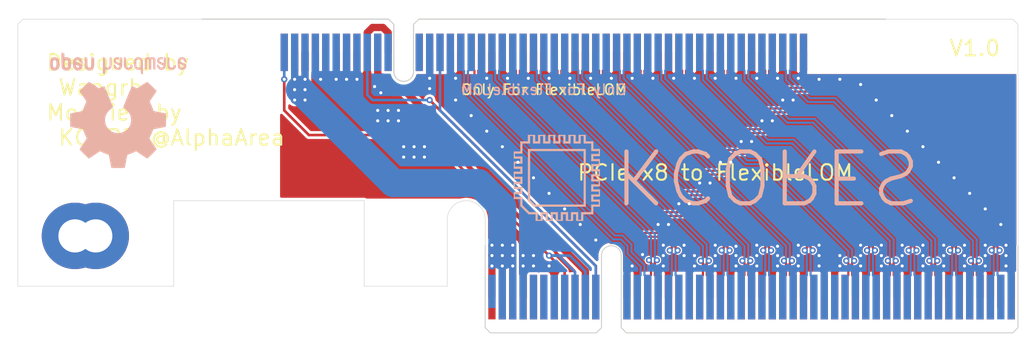
<source format=kicad_pcb>
(kicad_pcb (version 20171130) (host pcbnew "(5.1.6)-1")
  (layers (0 F.Cu signal) (31 B.Cu signal) (34 B.Paste user) (35 F.Paste user) (36 B.SilkS user) (37 F.SilkS user) (38 B.Mask user) (39 F.Mask user) (44 Edge.Cuts user))
  (net 0 "")
  (net 1 /CLK_P)
  (net 2 /RX0_N)
  (net 3 /RX0_P)
  (net 4 /CLK_N)
  (net 5 /nPERST)
  (net 6 +3V3)
  (net 7 "Net-(J1-PadA8)")
  (net 8 "Net-(J1-PadA7)")
  (net 9 "Net-(J1-PadA6)")
  (net 10 "Net-(J1-PadA5)")
  (net 11 +12V)
  (net 12 "Net-(J1-PadA1)")
  (net 13 "Net-(J1-PadB12)")
  (net 14 "Net-(J1-PadB17)")
  (net 15 /TX0_N)
  (net 16 /TX0_P)
  (net 17 /nWAKE)
  (net 18 /3V3_AUX)
  (net 19 "Net-(J1-PadB9)")
  (net 20 "Net-(J1-PadB6)")
  (net 21 "Net-(J1-PadB5)")
  (net 22 "Net-(J1-PadB30)")
  (net 23 "Net-(J1-PadB31)")
  (net 24 "Net-(J1-PadA19)")
  (net 25 "Net-(J1-PadA32)")
  (net 26 "Net-(J1-PadB48)")
  (net 27 "Net-(J1-PadA33)")
  (net 28 "Net-(J2-PadB49)")
  (net 29 "Net-(J2-PadB15)")
  (net 30 "Net-(J2-PadB14)")
  (net 31 "Net-(J2-PadB12)")
  (net 32 "Net-(J2-PadB8)")
  (net 33 "Net-(J2-PadB7)")
  (net 34 "Net-(J2-PadB1)")
  (net 35 "Net-(J2-PadA12)")
  (net 36 /TX1_P)
  (net 37 /TX1_N)
  (net 38 /RX1_P)
  (net 39 /RX1_N)
  (net 40 GND)
  (net 41 /RX7_N)
  (net 42 /RX7_P)
  (net 43 /RX6_N)
  (net 44 /RX6_P)
  (net 45 /TX2_P)
  (net 46 /TX2_N)
  (net 47 /TX3_P)
  (net 48 /TX3_N)
  (net 49 /RX2_P)
  (net 50 /RX2_N)
  (net 51 /RX3_P)
  (net 52 /RX3_N)
  (net 53 /TX4_P)
  (net 54 /TX4_N)
  (net 55 /TX5_P)
  (net 56 /TX5_N)
  (net 57 /TX6_P)
  (net 58 /TX6_N)
  (net 59 /TX7_P)
  (net 60 /TX7_N)
  (net 61 /RX4_P)
  (net 62 /RX4_N)
  (net 63 /RX5_P)
  (net 64 /RX5_N)
  (net 65 /NCSI_RX1)
  (net 66 /NCSI_RX0)
  (net 67 /SDP0_3)
  (net 68 /SDP1_3)
  (net 69 "Net-(H1-Pad1)")
  (net 70 "Net-(H2-Pad1)")
  (module Symbol:OSHW-Logo2_14.6x12mm_SilkScreen (layer B.Cu) (at 89 132)
    (fp_text reference LOGO1 hide)
    (fp_text value Logo_Open_Hardware_Large hide)
  )
  (module MountingHole:MountingHole_3.2mm_M3_Pad (layer F.Cu) (at 84.85 144.1)
    (fp_text reference H2 hide)
    (fp_text value "Corner Brace Hole")
    (pad 1 thru_hole circle (at 0 0) (size 6.4 6.4) (drill 3.2) (layers *.Cu *.Mask) (net 70 "Net-(H2-Pad1)"))
  )
  (module MountingHole:MountingHole_3.2mm_M3_Pad (layer F.Cu) (at 86.85 144.1)
    (fp_text reference H1 hide)
    (fp_text value "PCI Card Standard Hole")
    (pad 1 thru_hole circle (at 0 0) (size 6.4 6.4) (drill 3.2) (layers *.Cu *.Mask) (net 69 "Net-(H1-Pad1)"))
  )
  (module Connector_PCBEdge:BUS_PCIexpress_x8 (layer F.Cu) (at 125 150)
    (fp_text reference J1 hide)
    (fp_text value PCIe_x8)
    (fp_line (start 50.65 2.95) (end 50.15 3.45) (layer Edge.Cuts) (width 0.1))
    (fp_line (start 12.45 2.95) (end 12.95 3.45) (layer Edge.Cuts) (width 0.1))
    (fp_line (start 10.55 2.95) (end 10.05 3.45) (layer Edge.Cuts) (width 0.1))
    (fp_line (start -0.65 2.95) (end -0.15 3.45) (layer Edge.Cuts) (width 0.1))
    (fp_line (start 12.95 3.45) (end 50.15 3.45) (layer Edge.Cuts) (width 0.1))
    (fp_line (start 50.65 -4.95) (end 50.65 2.95) (layer Edge.Cuts) (width 0.1))
    (fp_line (start -0.15 3.45) (end 10.05 3.45) (layer Edge.Cuts) (width 0.1))
    (fp_line (start -0.65 -4.95) (end -0.65 2.95) (layer Edge.Cuts) (width 0.1))
    (fp_line (start 12.45 -4) (end 12.45 2.95) (layer Edge.Cuts) (width 0.1))
    (fp_line (start 10.55 -4) (end 10.55 2.95) (layer Edge.Cuts) (width 0.1))
    (fp_arc (start 11.5 -4) (end 12.45 -4) (angle -180) (layer Edge.Cuts) (width 0.1))
    (pad A49 connect rect (at 50 0) (size 0.7 4.3) (layers B.Cu B.Mask) (net 40 GND))
    (pad A48 connect rect (at 49 0) (size 0.7 4.3) (layers B.Cu B.Mask) (net 41 /RX7_N))
    (pad A47 connect rect (at 48 0) (size 0.7 4.3) (layers B.Cu B.Mask) (net 42 /RX7_P))
    (pad A46 connect rect (at 47 0) (size 0.7 4.3) (layers B.Cu B.Mask) (net 40 GND))
    (pad A45 connect rect (at 46 0) (size 0.7 4.3) (layers B.Cu B.Mask) (net 40 GND))
    (pad A44 connect rect (at 45 0) (size 0.7 4.3) (layers B.Cu B.Mask) (net 43 /RX6_N))
    (pad A43 connect rect (at 44 0) (size 0.7 4.3) (layers B.Cu B.Mask) (net 44 /RX6_P))
    (pad A42 connect rect (at 43 0) (size 0.7 4.3) (layers B.Cu B.Mask) (net 40 GND))
    (pad A13 connect rect (at 14 0) (size 0.7 4.3) (layers B.Cu B.Mask) (net 1 /CLK_P))
    (pad A12 connect rect (at 13 0) (size 0.7 4.3) (layers B.Cu B.Mask) (net 40 GND))
    (pad A18 connect rect (at 19 0) (size 0.7 4.3) (layers B.Cu B.Mask) (net 40 GND))
    (pad A17 connect rect (at 18 0) (size 0.7 4.3) (layers B.Cu B.Mask) (net 2 /RX0_N))
    (pad A16 connect rect (at 17 0) (size 0.7 4.3) (layers B.Cu B.Mask) (net 3 /RX0_P))
    (pad A15 connect rect (at 16 0) (size 0.7 4.3) (layers B.Cu B.Mask) (net 40 GND))
    (pad A14 connect rect (at 15 0) (size 0.7 4.3) (layers B.Cu B.Mask) (net 4 /CLK_N))
    (pad A11 connect rect (at 10 0) (size 0.7 4.3) (layers B.Cu B.Mask) (net 5 /nPERST))
    (pad A10 connect rect (at 9 0) (size 0.7 4.3) (layers B.Cu B.Mask) (net 6 +3V3))
    (pad A9 connect rect (at 8 0) (size 0.7 4.3) (layers B.Cu B.Mask) (net 6 +3V3))
    (pad A8 connect rect (at 7 0) (size 0.7 4.3) (layers B.Cu B.Mask) (net 7 "Net-(J1-PadA8)"))
    (pad A7 connect rect (at 6 0) (size 0.7 4.3) (layers B.Cu B.Mask) (net 8 "Net-(J1-PadA7)"))
    (pad A6 connect rect (at 5 0) (size 0.7 4.3) (layers B.Cu B.Mask) (net 9 "Net-(J1-PadA6)"))
    (pad A5 connect rect (at 4 0) (size 0.7 4.3) (layers B.Cu B.Mask) (net 10 "Net-(J1-PadA5)"))
    (pad A4 connect rect (at 3 0) (size 0.7 4.3) (layers B.Cu B.Mask) (net 40 GND))
    (pad A3 connect rect (at 2 0) (size 0.7 4.3) (layers B.Cu B.Mask) (net 11 +12V))
    (pad A2 connect rect (at 1 0) (size 0.7 4.3) (layers B.Cu B.Mask) (net 11 +12V))
    (pad A1 connect rect (at 0 -0.55) (size 0.7 3.2) (layers B.Cu B.Mask) (net 12 "Net-(J1-PadA1)"))
    (pad B13 connect rect (at 14 0) (size 0.7 4.3) (layers F.Cu F.Mask) (net 40 GND))
    (pad B12 connect rect (at 13 0) (size 0.7 4.3) (layers F.Cu F.Mask) (net 13 "Net-(J1-PadB12)"))
    (pad B18 connect rect (at 19 0) (size 0.7 4.3) (layers F.Cu F.Mask) (net 40 GND))
    (pad B17 connect rect (at 18 0) (size 0.7 4.3) (layers F.Cu F.Mask) (net 14 "Net-(J1-PadB17)"))
    (pad B16 connect rect (at 17 0) (size 0.7 4.3) (layers F.Cu F.Mask) (net 40 GND))
    (pad B15 connect rect (at 16 0) (size 0.7 4.3) (layers F.Cu F.Mask) (net 15 /TX0_N))
    (pad B14 connect rect (at 15 0) (size 0.7 4.3) (layers F.Cu F.Mask) (net 16 /TX0_P))
    (pad B11 connect rect (at 10 0) (size 0.7 4.3) (layers F.Cu F.Mask) (net 17 /nWAKE))
    (pad B10 connect rect (at 9 0) (size 0.7 4.3) (layers F.Cu F.Mask) (net 18 /3V3_AUX))
    (pad B9 connect rect (at 8 0) (size 0.7 4.3) (layers F.Cu F.Mask) (net 19 "Net-(J1-PadB9)"))
    (pad B8 connect rect (at 7 0) (size 0.7 4.3) (layers F.Cu F.Mask) (net 6 +3V3))
    (pad B7 connect rect (at 6 0) (size 0.7 4.3) (layers F.Cu F.Mask) (net 40 GND))
    (pad B6 connect rect (at 5 0) (size 0.7 4.3) (layers F.Cu F.Mask) (net 20 "Net-(J1-PadB6)"))
    (pad B5 connect rect (at 4 0) (size 0.7 4.3) (layers F.Cu F.Mask) (net 21 "Net-(J1-PadB5)"))
    (pad B4 connect rect (at 3 0) (size 0.7 4.3) (layers F.Cu F.Mask) (net 40 GND))
    (pad B3 connect rect (at 2 0) (size 0.7 4.3) (layers F.Cu F.Mask) (net 11 +12V))
    (pad B2 connect rect (at 1 0) (size 0.7 4.3) (layers F.Cu F.Mask) (net 11 +12V))
    (pad B1 connect rect (at 0 0) (size 0.7 4.3) (layers F.Cu F.Mask) (net 11 +12V))
    (pad B19 connect rect (at 20 0) (size 0.7 4.3) (layers F.Cu F.Mask) (net 36 /TX1_P))
    (pad B20 connect rect (at 21 0) (size 0.7 4.3) (layers F.Cu F.Mask) (net 37 /TX1_N))
    (pad B21 connect rect (at 22 0) (size 0.7 4.3) (layers F.Cu F.Mask) (net 40 GND))
    (pad B22 connect rect (at 23 0) (size 0.7 4.3) (layers F.Cu F.Mask) (net 40 GND))
    (pad B23 connect rect (at 24 0) (size 0.7 4.3) (layers F.Cu F.Mask) (net 45 /TX2_P))
    (pad B24 connect rect (at 25 0) (size 0.7 4.3) (layers F.Cu F.Mask) (net 46 /TX2_N))
    (pad B25 connect rect (at 26 0) (size 0.7 4.3) (layers F.Cu F.Mask) (net 40 GND))
    (pad B26 connect rect (at 27 0) (size 0.7 4.3) (layers F.Cu F.Mask) (net 40 GND))
    (pad B27 connect rect (at 28 0) (size 0.7 4.3) (layers F.Cu F.Mask) (net 47 /TX3_P))
    (pad B28 connect rect (at 29 0) (size 0.7 4.3) (layers F.Cu F.Mask) (net 48 /TX3_N))
    (pad B29 connect rect (at 30 0) (size 0.7 4.3) (layers F.Cu F.Mask) (net 40 GND))
    (pad B30 connect rect (at 31 0) (size 0.7 4.3) (layers F.Cu F.Mask) (net 22 "Net-(J1-PadB30)"))
    (pad B31 connect rect (at 32 0) (size 0.7 4.3) (layers F.Cu F.Mask) (net 23 "Net-(J1-PadB31)"))
    (pad B32 connect rect (at 33 0) (size 0.7 4.3) (layers F.Cu F.Mask) (net 40 GND))
    (pad A19 connect rect (at 20 0) (size 0.7 4.3) (layers B.Cu B.Mask) (net 24 "Net-(J1-PadA19)"))
    (pad A20 connect rect (at 21 0) (size 0.7 4.3) (layers B.Cu B.Mask) (net 40 GND))
    (pad A21 connect rect (at 22 0) (size 0.7 4.3) (layers B.Cu B.Mask) (net 38 /RX1_P))
    (pad A22 connect rect (at 23 0) (size 0.7 4.3) (layers B.Cu B.Mask) (net 39 /RX1_N))
    (pad A23 connect rect (at 24 0) (size 0.7 4.3) (layers B.Cu B.Mask) (net 40 GND))
    (pad A24 connect rect (at 25 0) (size 0.7 4.3) (layers B.Cu B.Mask) (net 40 GND))
    (pad A25 connect rect (at 26 0) (size 0.7 4.3) (layers B.Cu B.Mask) (net 49 /RX2_P))
    (pad A26 connect rect (at 27 0) (size 0.7 4.3) (layers B.Cu B.Mask) (net 50 /RX2_N))
    (pad A27 connect rect (at 28 0) (size 0.7 4.3) (layers B.Cu B.Mask) (net 40 GND))
    (pad A28 connect rect (at 29 0) (size 0.7 4.3) (layers B.Cu B.Mask) (net 40 GND))
    (pad A29 connect rect (at 30 0) (size 0.7 4.3) (layers B.Cu B.Mask) (net 51 /RX3_P))
    (pad A30 connect rect (at 31 0) (size 0.7 4.3) (layers B.Cu B.Mask) (net 52 /RX3_N))
    (pad A31 connect rect (at 32 0) (size 0.7 4.3) (layers B.Cu B.Mask) (net 40 GND))
    (pad A32 connect rect (at 33 0) (size 0.7 4.3) (layers B.Cu B.Mask) (net 25 "Net-(J1-PadA32)"))
    (pad B33 connect rect (at 34 0) (size 0.7 4.3) (layers F.Cu F.Mask) (net 53 /TX4_P))
    (pad B34 connect rect (at 35 0) (size 0.7 4.3) (layers F.Cu F.Mask) (net 54 /TX4_N))
    (pad B35 connect rect (at 36 0) (size 0.7 4.3) (layers F.Cu F.Mask) (net 40 GND))
    (pad B36 connect rect (at 37 0) (size 0.7 4.3) (layers F.Cu F.Mask) (net 40 GND))
    (pad B37 connect rect (at 38 0) (size 0.7 4.3) (layers F.Cu F.Mask) (net 55 /TX5_P))
    (pad B38 connect rect (at 39 0) (size 0.7 4.3) (layers F.Cu F.Mask) (net 56 /TX5_N))
    (pad B39 connect rect (at 40 0) (size 0.7 4.3) (layers F.Cu F.Mask) (net 40 GND))
    (pad B40 connect rect (at 41 0) (size 0.7 4.3) (layers F.Cu F.Mask) (net 40 GND))
    (pad B41 connect rect (at 42 0) (size 0.7 4.3) (layers F.Cu F.Mask) (net 57 /TX6_P))
    (pad B42 connect rect (at 43 0) (size 0.7 4.3) (layers F.Cu F.Mask) (net 58 /TX6_N))
    (pad B43 connect rect (at 44 0) (size 0.7 4.3) (layers F.Cu F.Mask) (net 40 GND))
    (pad B44 connect rect (at 45 0) (size 0.7 4.3) (layers F.Cu F.Mask) (net 40 GND))
    (pad B45 connect rect (at 46 0) (size 0.7 4.3) (layers F.Cu F.Mask) (net 59 /TX7_P))
    (pad B46 connect rect (at 47 0) (size 0.7 4.3) (layers F.Cu F.Mask) (net 60 /TX7_N))
    (pad B47 connect rect (at 48 0) (size 0.7 4.3) (layers F.Cu F.Mask) (net 40 GND))
    (pad B48 connect rect (at 49 -0.55) (size 0.7 3.2) (layers F.Cu F.Mask) (net 26 "Net-(J1-PadB48)"))
    (pad B49 connect rect (at 50 0) (size 0.7 4.3) (layers F.Cu F.Mask) (net 40 GND))
    (pad A33 connect rect (at 34 0) (size 0.7 4.3) (layers B.Cu B.Mask) (net 27 "Net-(J1-PadA33)"))
    (pad A34 connect rect (at 35 0) (size 0.7 4.3) (layers B.Cu B.Mask) (net 40 GND))
    (pad A35 connect rect (at 36 0) (size 0.7 4.3) (layers B.Cu B.Mask) (net 61 /RX4_P))
    (pad A36 connect rect (at 37 0) (size 0.7 4.3) (layers B.Cu B.Mask) (net 62 /RX4_N))
    (pad A37 connect rect (at 38 0) (size 0.7 4.3) (layers B.Cu B.Mask) (net 40 GND))
    (pad A38 connect rect (at 39 0) (size 0.7 4.3) (layers B.Cu B.Mask) (net 40 GND))
    (pad A39 connect rect (at 40 0) (size 0.7 4.3) (layers B.Cu B.Mask) (net 63 /RX5_P))
    (pad A40 connect rect (at 41 0) (size 0.7 4.3) (layers B.Cu B.Mask) (net 64 /RX5_N))
    (pad A41 connect rect (at 42 0) (size 0.7 4.3) (layers B.Cu B.Mask) (net 40 GND))
  )
  (module KCORES-FlexibleLOM-Adapter:KCORES_8.3mm (layer B.Cu) (at 131.25 138.5)
    (fp_text reference G*** hide)
    (fp_text value LOGO hide)
  )
  (module KCORES-FlexibleLOM-Adapter:BUS_PCIexpress_x8_Straddle_Mount_Modify (layer B.Cu) (at 116.5 123.2)
    (fp_text reference J2 hide)
    (fp_text value HPE_FlexibleLOM)
    (fp_line (start 0.95 0.5) (end 1.45 0) (layer Edge.Cuts) (width 0.12))
    (fp_line (start 0.95 0.5) (end 0.95 5.05) (layer Edge.Cuts) (width 0.12))
    (fp_line (start -1.45 0) (end -0.95 0.5) (layer Edge.Cuts) (width 0.12))
    (fp_line (start 1.45 0) (end 46.4 0) (layer Edge.Cuts) (width 0.12))
    (fp_line (start -0.95 0.5) (end -0.95 5.05) (layer Edge.Cuts) (width 0.12))
    (fp_line (start -19.4 0) (end -1.45 0) (layer Edge.Cuts) (width 0.12))
    (fp_arc (start 0 5.05) (end -0.95 5.05) (angle -180) (layer Edge.Cuts) (width 0.12))
    (pad B49 smd rect (at 38.5 3.2) (size 0.7 3.6) (layers F.Cu F.Paste F.Mask) (net 28 "Net-(J2-PadB49)"))
    (pad B48 smd rect (at 37.5 3.2) (size 0.7 3.6) (layers F.Cu F.Paste F.Mask) (net 40 GND))
    (pad B47 smd rect (at 36.5 3.2) (size 0.7 3.6) (layers F.Cu F.Paste F.Mask) (net 40 GND))
    (pad B46 smd rect (at 35.5 3.2) (size 0.7 3.6) (layers F.Cu F.Paste F.Mask) (net 41 /RX7_N))
    (pad B45 smd rect (at 34.5 3.2) (size 0.7 3.6) (layers F.Cu F.Paste F.Mask) (net 42 /RX7_P))
    (pad B44 smd rect (at 33.5 3.2) (size 0.7 3.6) (layers F.Cu F.Paste F.Mask) (net 40 GND))
    (pad B43 smd rect (at 32.5 3.2) (size 0.7 3.6) (layers F.Cu F.Paste F.Mask) (net 40 GND))
    (pad B42 smd rect (at 31.5 3.2) (size 0.7 3.6) (layers F.Cu F.Paste F.Mask) (net 43 /RX6_N))
    (pad B41 smd rect (at 30.5 3.2) (size 0.7 3.6) (layers F.Cu F.Paste F.Mask) (net 44 /RX6_P))
    (pad B40 smd rect (at 29.5 3.2) (size 0.7 3.6) (layers F.Cu F.Paste F.Mask) (net 40 GND))
    (pad B39 smd rect (at 28.5 3.2) (size 0.7 3.6) (layers F.Cu F.Paste F.Mask) (net 40 GND))
    (pad B38 smd rect (at 27.5 3.2) (size 0.7 3.6) (layers F.Cu F.Paste F.Mask) (net 64 /RX5_N))
    (pad B37 smd rect (at 26.5 3.2) (size 0.7 3.6) (layers F.Cu F.Paste F.Mask) (net 63 /RX5_P))
    (pad B36 smd rect (at 25.5 3.2) (size 0.7 3.6) (layers F.Cu F.Paste F.Mask) (net 40 GND))
    (pad B35 smd rect (at 24.5 3.2) (size 0.7 3.6) (layers F.Cu F.Paste F.Mask) (net 40 GND))
    (pad B34 smd rect (at 23.5 3.2) (size 0.7 3.6) (layers F.Cu F.Paste F.Mask) (net 62 /RX4_N))
    (pad B33 smd rect (at 22.5 3.2) (size 0.7 3.6) (layers F.Cu F.Paste F.Mask) (net 61 /RX4_P))
    (pad B32 smd rect (at 21.5 3.2) (size 0.7 3.6) (layers F.Cu F.Paste F.Mask) (net 40 GND))
    (pad B31 smd rect (at 20.5 3.2) (size 0.7 3.6) (layers F.Cu F.Paste F.Mask) (net 40 GND))
    (pad B30 smd rect (at 19.5 3.2) (size 0.7 3.6) (layers F.Cu F.Paste F.Mask) (net 52 /RX3_N))
    (pad B29 smd rect (at 18.5 3.2) (size 0.7 3.6) (layers F.Cu F.Paste F.Mask) (net 51 /RX3_P))
    (pad B28 smd rect (at 17.5 3.2) (size 0.7 3.6) (layers F.Cu F.Paste F.Mask) (net 40 GND))
    (pad B27 smd rect (at 16.5 3.2) (size 0.7 3.6) (layers F.Cu F.Paste F.Mask) (net 40 GND))
    (pad B26 smd rect (at 15.5 3.2) (size 0.7 3.6) (layers F.Cu F.Paste F.Mask) (net 50 /RX2_N))
    (pad B25 smd rect (at 14.5 3.2) (size 0.7 3.6) (layers F.Cu F.Paste F.Mask) (net 49 /RX2_P))
    (pad B24 smd rect (at 13.5 3.2) (size 0.7 3.6) (layers F.Cu F.Paste F.Mask) (net 40 GND))
    (pad B23 smd rect (at 12.5 3.2) (size 0.7 3.6) (layers F.Cu F.Paste F.Mask) (net 40 GND))
    (pad B22 smd rect (at 11.5 3.2) (size 0.7 3.6) (layers F.Cu F.Paste F.Mask) (net 39 /RX1_N))
    (pad B21 smd rect (at 10.5 3.2) (size 0.7 3.6) (layers F.Cu F.Paste F.Mask) (net 38 /RX1_P))
    (pad B20 smd rect (at 9.5 3.2) (size 0.7 3.6) (layers F.Cu F.Paste F.Mask) (net 40 GND))
    (pad B19 smd rect (at 8.5 3.2) (size 0.7 3.6) (layers F.Cu F.Paste F.Mask) (net 40 GND))
    (pad B18 smd rect (at 7.5 3.2) (size 0.7 3.6) (layers F.Cu F.Paste F.Mask) (net 2 /RX0_N))
    (pad B17 smd rect (at 6.5 3.2) (size 0.7 3.6) (layers F.Cu F.Paste F.Mask) (net 3 /RX0_P))
    (pad B16 smd rect (at 5.5 3.2) (size 0.7 3.6) (layers F.Cu F.Paste F.Mask) (net 40 GND))
    (pad B15 smd rect (at 4.5 3.2) (size 0.7 3.6) (layers F.Cu F.Paste F.Mask) (net 29 "Net-(J2-PadB15)"))
    (pad B14 smd rect (at 3.5 3.2) (size 0.7 3.6) (layers F.Cu F.Paste F.Mask) (net 30 "Net-(J2-PadB14)"))
    (pad B13 smd rect (at 2.5 3.2) (size 0.7 3.6) (layers F.Cu F.Paste F.Mask) (net 40 GND))
    (pad B12 smd rect (at 1.5 3.2) (size 0.7 3.6) (layers F.Cu F.Paste F.Mask) (net 31 "Net-(J2-PadB12)"))
    (pad B11 smd rect (at -1.5 3.2) (size 0.7 3.6) (layers F.Cu F.Paste F.Mask) (net 40 GND))
    (pad B10 smd rect (at -2.5 3.2) (size 0.7 3.6) (layers F.Cu F.Paste F.Mask) (net 18 /3V3_AUX))
    (pad B9 smd rect (at -3.5 3.2) (size 0.7 3.6) (layers F.Cu F.Paste F.Mask) (net 40 GND))
    (pad B8 smd rect (at -4.5 3.2) (size 0.7 3.6) (layers F.Cu F.Paste F.Mask) (net 32 "Net-(J2-PadB8)"))
    (pad B7 smd rect (at -5.5 3.2) (size 0.7 3.6) (layers F.Cu F.Paste F.Mask) (net 33 "Net-(J2-PadB7)"))
    (pad B6 smd rect (at -6.5 3.2) (size 0.7 3.6) (layers F.Cu F.Paste F.Mask) (net 40 GND))
    (pad B5 smd rect (at -7.5 3.2) (size 0.7 3.6) (layers F.Cu F.Paste F.Mask) (net 65 /NCSI_RX1))
    (pad B4 smd rect (at -8.5 3.2) (size 0.7 3.6) (layers F.Cu F.Paste F.Mask) (net 66 /NCSI_RX0))
    (pad B3 smd rect (at -9.5 3.2) (size 0.7 3.6) (layers F.Cu F.Paste F.Mask) (net 11 +12V))
    (pad B2 smd rect (at -10.5 3.2) (size 0.7 3.6) (layers F.Cu F.Paste F.Mask) (net 11 +12V))
    (pad B1 smd rect (at -11.5 3.2) (size 0.7 3.6) (layers F.Cu F.Paste F.Mask) (net 34 "Net-(J2-PadB1)"))
    (pad A49 smd rect (at 38.5 3.2) (size 0.7 3.6) (layers B.Cu B.Paste B.Mask) (net 40 GND))
    (pad A48 smd rect (at 37.5 3.2) (size 0.7 3.6) (layers B.Cu B.Paste B.Mask) (net 60 /TX7_N))
    (pad A47 smd rect (at 36.5 3.2) (size 0.7 3.6) (layers B.Cu B.Paste B.Mask) (net 59 /TX7_P))
    (pad A46 smd rect (at 35.5 3.2) (size 0.7 3.6) (layers B.Cu B.Paste B.Mask) (net 40 GND))
    (pad A45 smd rect (at 34.5 3.2) (size 0.7 3.6) (layers B.Cu B.Paste B.Mask) (net 40 GND))
    (pad A44 smd rect (at 33.5 3.2) (size 0.7 3.6) (layers B.Cu B.Paste B.Mask) (net 58 /TX6_N))
    (pad A43 smd rect (at 32.5 3.2) (size 0.7 3.6) (layers B.Cu B.Paste B.Mask) (net 57 /TX6_P))
    (pad A42 smd rect (at 31.5 3.2) (size 0.7 3.6) (layers B.Cu B.Paste B.Mask) (net 40 GND))
    (pad A41 smd rect (at 30.5 3.2) (size 0.7 3.6) (layers B.Cu B.Paste B.Mask) (net 40 GND))
    (pad A40 smd rect (at 29.5 3.2) (size 0.7 3.6) (layers B.Cu B.Paste B.Mask) (net 56 /TX5_N))
    (pad A39 smd rect (at 28.5 3.2) (size 0.7 3.6) (layers B.Cu B.Paste B.Mask) (net 55 /TX5_P))
    (pad A38 smd rect (at 27.5 3.2) (size 0.7 3.6) (layers B.Cu B.Paste B.Mask) (net 40 GND))
    (pad A37 smd rect (at 26.5 3.2) (size 0.7 3.6) (layers B.Cu B.Paste B.Mask) (net 40 GND))
    (pad A36 smd rect (at 25.5 3.2) (size 0.7 3.6) (layers B.Cu B.Paste B.Mask) (net 54 /TX4_N))
    (pad A35 smd rect (at 24.5 3.2) (size 0.7 3.6) (layers B.Cu B.Paste B.Mask) (net 53 /TX4_P))
    (pad A34 smd rect (at 23.5 3.2) (size 0.7 3.6) (layers B.Cu B.Paste B.Mask) (net 40 GND))
    (pad A33 smd rect (at 22.5 3.2) (size 0.7 3.6) (layers B.Cu B.Paste B.Mask) (net 40 GND))
    (pad A32 smd rect (at 21.5 3.2) (size 0.7 3.6) (layers B.Cu B.Paste B.Mask) (net 48 /TX3_N))
    (pad A31 smd rect (at 20.5 3.2) (size 0.7 3.6) (layers B.Cu B.Paste B.Mask) (net 47 /TX3_P))
    (pad A30 smd rect (at 19.5 3.2) (size 0.7 3.6) (layers B.Cu B.Paste B.Mask) (net 40 GND))
    (pad A29 smd rect (at 18.5 3.2) (size 0.7 3.6) (layers B.Cu B.Paste B.Mask) (net 40 GND))
    (pad A28 smd rect (at 17.5 3.2) (size 0.7 3.6) (layers B.Cu B.Paste B.Mask) (net 46 /TX2_N))
    (pad A27 smd rect (at 16.5 3.2) (size 0.7 3.6) (layers B.Cu B.Paste B.Mask) (net 45 /TX2_P))
    (pad A26 smd rect (at 15.5 3.2) (size 0.7 3.6) (layers B.Cu B.Paste B.Mask) (net 40 GND))
    (pad A25 smd rect (at 14.5 3.2) (size 0.7 3.6) (layers B.Cu B.Paste B.Mask) (net 40 GND))
    (pad A24 smd rect (at 13.5 3.2) (size 0.7 3.6) (layers B.Cu B.Paste B.Mask) (net 37 /TX1_N))
    (pad A23 smd rect (at 12.5 3.2) (size 0.7 3.6) (layers B.Cu B.Paste B.Mask) (net 36 /TX1_P))
    (pad A22 smd rect (at 11.5 3.2) (size 0.7 3.6) (layers B.Cu B.Paste B.Mask) (net 40 GND))
    (pad A21 smd rect (at 10.5 3.2) (size 0.7 3.6) (layers B.Cu B.Paste B.Mask) (net 40 GND))
    (pad A20 smd rect (at 9.5 3.2) (size 0.7 3.6) (layers B.Cu B.Paste B.Mask) (net 15 /TX0_N))
    (pad A19 smd rect (at 8.5 3.2) (size 0.7 3.6) (layers B.Cu B.Paste B.Mask) (net 16 /TX0_P))
    (pad A18 smd rect (at 7.5 3.2) (size 0.7 3.6) (layers B.Cu B.Paste B.Mask) (net 40 GND))
    (pad A17 smd rect (at 6.5 3.2) (size 0.7 3.6) (layers B.Cu B.Paste B.Mask) (net 4 /CLK_N))
    (pad A16 smd rect (at 5.5 3.2) (size 0.7 3.6) (layers B.Cu B.Paste B.Mask) (net 1 /CLK_P))
    (pad A15 smd rect (at 4.5 3.2) (size 0.7 3.6) (layers B.Cu B.Paste B.Mask) (net 40 GND))
    (pad A14 smd rect (at 3.5 3.2) (size 0.7 3.6) (layers B.Cu B.Paste B.Mask) (net 5 /nPERST))
    (pad A13 smd rect (at 2.5 3.2) (size 0.7 3.6) (layers B.Cu B.Paste B.Mask) (net 40 GND))
    (pad A12 smd rect (at 1.5 3.2) (size 0.7 3.6) (layers B.Cu B.Paste B.Mask) (net 35 "Net-(J2-PadA12)"))
    (pad A11 smd rect (at -1.5 3.2) (size 0.7 3.6) (layers B.Cu B.Paste B.Mask) (net 67 /SDP0_3))
    (pad A10 smd rect (at -2.5 3.2) (size 0.7 3.6) (layers B.Cu B.Paste B.Mask) (net 68 /SDP1_3))
    (pad A9 smd rect (at -3.5 3.2) (size 0.7 3.6) (layers B.Cu B.Paste B.Mask) (net 17 /nWAKE))
    (pad A8 smd rect (at -4.5 3.2) (size 0.7 3.6) (layers B.Cu B.Paste B.Mask) (net 40 GND))
    (pad A7 smd rect (at -5.5 3.2) (size 0.7 3.6) (layers B.Cu B.Paste B.Mask) (net 40 GND))
    (pad A6 smd rect (at -6.5 3.2) (size 0.7 3.6) (layers B.Cu B.Paste B.Mask) (net 40 GND))
    (pad A5 smd rect (at -7.5 3.2) (size 0.7 3.6) (layers B.Cu B.Paste B.Mask) (net 40 GND))
    (pad A4 smd rect (at -8.5 3.2) (size 0.7 3.6) (layers B.Cu B.Paste B.Mask) (net 40 GND))
    (pad A3 smd rect (at -9.5 3.2) (size 0.7 3.6) (layers B.Cu B.Paste B.Mask) (net 11 +12V))
    (pad A2 smd rect (at -10.5 3.2) (size 0.7 3.6) (layers B.Cu B.Paste B.Mask) (net 11 +12V))
    (pad A1 smd rect (at -11.5 3.2) (size 0.7 3.6) (layers B.Cu B.Paste B.Mask) (net 6 +3V3))
    (pad "" np_thru_hole circle (at 43.3 2.51) (size 2 2) (drill 2) (layers *.Cu *.Mask))
    (pad "" np_thru_hole circle (at -16.3 2.51) (size 2 2) (drill 2) (layers *.Cu *.Mask))
  )
  (gr_text V1.0 (at 171.5 126) (layer F.SilkS) (effects (font (size 1.5 1.5) (thickness 0.2))))
  (gr_text KCORES (at 136.5 138.25 180) (layer B.SilkS) (effects (font (size 5 5) (thickness 0.4)) (justify left mirror)))
  (gr_text "PCIe x8 to FlexibleLOM" (at 146.5 138) (layer F.SilkS) (effects (font (size 1.5 1.5) (thickness 0.2))))
  (gr_text "Only For FlexibleLOM" (at 130 130) (layer B.SilkS) (effects (font (size 1 1)) (justify mirror)))
  (gr_text "Only For FlexibleLOM" (at 130 130) (layer F.SilkS) (effects (font (size 1 1))))
  (gr_text "Designed by\n Wangrb\nModified by\n KCORES@AlphaArea" (at 82 131) (layer F.SilkS) (effects (font (size 1.5 1.5) (thickness 0.2)) (justify left)))
  (gr_line (start 175.15 123.2) (end 175.65 123.7) (layer Edge.Cuts) (width 0.05))
  (gr_line (start 175.15 123.2) (end 162.9 123.2) (layer Edge.Cuts) (width 0.05))
  (gr_line (start 175.65 145.05) (end 175.65 123.7) (layer Edge.Cuts) (width 0.05))
  (gr_line (start 79.85 123.2) (end 79.35 123.7) (layer Edge.Cuts) (width 0.05))
  (gr_line (start 97.1 123.2) (end 79.85 123.2) (layer Edge.Cuts) (width 0.05))
  (gr_line (start 124.35 142.525) (end 124.35 145.05) (layer Edge.Cuts) (width 0.05))
  (gr_line (start 79.35 148.95) (end 79.35 123.7) (layer Edge.Cuts) (width 0.05))
  (gr_line (start 94.35 148.95) (end 79.35 148.95) (layer Edge.Cuts) (width 0.05))
  (gr_line (start 94.35 140.7) (end 94.35 148.95) (layer Edge.Cuts) (width 0.05))
  (gr_line (start 112.7 140.7) (end 94.35 140.7) (layer Edge.Cuts) (width 0.05))
  (gr_line (start 112.7 148.95) (end 112.7 140.7) (layer Edge.Cuts) (width 0.05))
  (gr_line (start 120.7 148.95) (end 112.7 148.95) (layer Edge.Cuts) (width 0.05))
  (gr_line (start 120.7 142.525) (end 120.7 148.95) (layer Edge.Cuts) (width 0.05))
  (gr_arc (start 122.525 142.525) (end 124.35 142.525) (angle -180) (layer Edge.Cuts) (width 0.05))
  (segment (start 122.314834 130.0767) (end 122.314834 128.2) (width 0.20828) (layer B.Cu) (net 1))
  (segment (start 122 127.885166) (end 122 126.4) (width 0.20828) (layer B.Cu) (net 1))
  (segment (start 122.314834 128.2) (end 122 127.885166) (width 0.20828) (layer B.Cu) (net 1))
  (segment (start 139 148.2) (end 139.314834 147.885166) (width 0.20828) (layer B.Cu) (net 1))
  (segment (start 139 150) (end 139 148.2) (width 0.20828) (layer B.Cu) (net 1))
  (segment (start 139.314834 147.885166) (end 139.314834 147.06855) (width 0.20828) (layer B.Cu) (net 1))
  (segment (start 122.314834 130.0767) (end 136.6733 144.435166) (width 0.20828) (layer B.Cu) (net 1))
  (segment (start 136.6733 144.435166) (end 137.4233 144.435166) (width 0.20828) (layer B.Cu) (net 1))
  (segment (start 137.4233 144.435166) (end 138.064834 145.0767) (width 0.20828) (layer B.Cu) (net 1))
  (segment (start 138.064834 145.0767) (end 138.064834 145.81855) (width 0.20828) (layer B.Cu) (net 1))
  (segment (start 138.064834 145.81855) (end 139.314834 147.06855) (width 0.20828) (layer B.Cu) (net 1))
  (via (at 142.881026 145.5) (size 0.6) (drill 0.3) (layers F.Cu B.Cu) (net 2))
  (segment (start 142.881026 145.5) (end 142.685166 145.30414) (width 0.20828) (layer F.Cu) (net 2))
  (segment (start 142.685166 145.30414) (end 142.685166 144.4233) (width 0.20828) (layer F.Cu) (net 2))
  (segment (start 142.685166 144.4233) (end 142.0767 143.814834) (width 0.20828) (layer F.Cu) (net 2))
  (segment (start 142.0767 143.814834) (end 138.5767 143.814834) (width 0.20828) (layer F.Cu) (net 2))
  (segment (start 124 127.85) (end 124 126.4) (width 0.20828) (layer F.Cu) (net 2))
  (segment (start 123.685166 128.164834) (end 124 127.85) (width 0.20828) (layer F.Cu) (net 2))
  (segment (start 123.685166 128.9233) (end 123.685166 128.164834) (width 0.20828) (layer F.Cu) (net 2))
  (segment (start 138.5767 143.814834) (end 123.685166 128.9233) (width 0.20828) (layer F.Cu) (net 2))
  (segment (start 142.685166 145.69586) (end 142.881026 145.5) (width 0.20828) (layer B.Cu) (net 2))
  (segment (start 142.685166 147.9) (end 142.685166 145.69586) (width 0.20828) (layer B.Cu) (net 2))
  (segment (start 143 150) (end 143 148.214834) (width 0.20828) (layer B.Cu) (net 2))
  (segment (start 143 148.214834) (end 142.685166 147.9) (width 0.20828) (layer B.Cu) (net 2))
  (via (at 142.118974 145.5) (size 0.6) (drill 0.3) (layers F.Cu B.Cu) (net 3))
  (segment (start 142.118974 145.5) (end 142.314834 145.30414) (width 0.20828) (layer F.Cu) (net 3))
  (segment (start 142.314834 145.30414) (end 142.314834 144.5767) (width 0.20828) (layer F.Cu) (net 3))
  (segment (start 142.314834 144.5767) (end 141.9233 144.185166) (width 0.20828) (layer F.Cu) (net 3))
  (segment (start 141.9233 144.185166) (end 138.4233 144.185166) (width 0.20828) (layer F.Cu) (net 3))
  (segment (start 123.314834 129.0767) (end 123.314834 128.164834) (width 0.20828) (layer F.Cu) (net 3))
  (segment (start 123.314834 128.164834) (end 123 127.85) (width 0.20828) (layer F.Cu) (net 3))
  (segment (start 138.4233 144.185166) (end 123.314834 129.0767) (width 0.20828) (layer F.Cu) (net 3))
  (segment (start 123 127.85) (end 123 126.4) (width 0.20828) (layer F.Cu) (net 3))
  (segment (start 142.314834 145.69586) (end 142.118974 145.5) (width 0.20828) (layer B.Cu) (net 3))
  (segment (start 142.314834 147.9) (end 142.314834 145.69586) (width 0.20828) (layer B.Cu) (net 3))
  (segment (start 142 150) (end 142 148.214834) (width 0.20828) (layer B.Cu) (net 3))
  (segment (start 142 148.214834) (end 142.314834 147.9) (width 0.20828) (layer B.Cu) (net 3))
  (segment (start 122.685166 128.214834) (end 123 127.9) (width 0.20828) (layer B.Cu) (net 4))
  (segment (start 123 127.9) (end 123 126.4) (width 0.20828) (layer B.Cu) (net 4))
  (segment (start 122.685166 129.923301) (end 122.685166 128.214834) (width 0.20828) (layer B.Cu) (net 4))
  (segment (start 139.685166 147.885166) (end 139.685166 146.91515) (width 0.20828) (layer B.Cu) (net 4))
  (segment (start 140 150) (end 140 148.2) (width 0.20828) (layer B.Cu) (net 4))
  (segment (start 140 148.2) (end 139.685166 147.885166) (width 0.20828) (layer B.Cu) (net 4))
  (segment (start 122.685166 129.923301) (end 136.826699 144.064834) (width 0.20828) (layer B.Cu) (net 4))
  (segment (start 136.826699 144.064834) (end 137.5767 144.064834) (width 0.20828) (layer B.Cu) (net 4))
  (segment (start 137.5767 144.064834) (end 138.435166 144.9233) (width 0.20828) (layer B.Cu) (net 4))
  (segment (start 138.435166 145.66515) (end 139.685166 146.91515) (width 0.20828) (layer B.Cu) (net 4))
  (segment (start 138.435166 144.9233) (end 138.435166 145.66515) (width 0.20828) (layer B.Cu) (net 4))
  (segment (start 135 150) (end 135 147) (width 0.254) (layer B.Cu) (net 5))
  (segment (start 120 132) (end 120 126.4) (width 0.254) (layer B.Cu) (net 5))
  (segment (start 135 147) (end 120 132) (width 0.254) (layer B.Cu) (net 5))
  (segment (start 132 147.5) (end 132 150) (width 0.254) (layer F.Cu) (net 6))
  (segment (start 130.5 146) (end 132 147.5) (width 0.254) (layer F.Cu) (net 6))
  (via (at 130.5 146) (size 0.6) (drill 0.3) (layers F.Cu B.Cu) (net 6))
  (segment (start 132.5 146) (end 130.5 146) (width 0.254) (layer B.Cu) (net 6))
  (segment (start 134 150) (end 134 147.5) (width 0.254) (layer B.Cu) (net 6))
  (segment (start 134 147.5) (end 132.5 146) (width 0.254) (layer B.Cu) (net 6))
  (segment (start 131.404 146) (end 130.5 146) (width 0.254) (layer B.Cu) (net 6))
  (segment (start 133 147.596) (end 131.404 146) (width 0.254) (layer B.Cu) (net 6))
  (segment (start 133 150) (end 133 147.596) (width 0.254) (layer B.Cu) (net 6))
  (via (at 105 129) (size 0.6) (drill 0.3) (layers F.Cu B.Cu) (net 6))
  (segment (start 105 126.4) (end 105 129) (width 0.254) (layer B.Cu) (net 6))
  (segment (start 105 132) (end 105 129) (width 0.254) (layer F.Cu) (net 6))
  (segment (start 107.375 134.375) (end 105 132) (width 0.254) (layer F.Cu) (net 6))
  (segment (start 130.5 146) (end 118.875 134.375) (width 0.254) (layer F.Cu) (net 6))
  (segment (start 118.875 134.375) (end 107.375 134.375) (width 0.254) (layer F.Cu) (net 6))
  (via (at 125 146) (size 0.7) (drill 0.3) (layers F.Cu B.Cu) (net 11))
  (segment (start 125 150) (end 125 146) (width 0.7) (layer F.Cu) (net 11))
  (via (at 126 146) (size 0.7) (drill 0.3) (layers F.Cu B.Cu) (net 11))
  (segment (start 126 150) (end 126 146) (width 0.7) (layer B.Cu) (net 11))
  (via (at 127 146) (size 0.7) (drill 0.3) (layers F.Cu B.Cu) (net 11))
  (segment (start 127 150) (end 127 146) (width 0.7) (layer F.Cu) (net 11))
  (segment (start 127 150) (end 127 146) (width 0.7) (layer B.Cu) (net 11))
  (segment (start 126 150) (end 126 146) (width 0.7) (layer F.Cu) (net 11))
  (via (at 125 147) (size 0.7) (drill 0.3) (layers F.Cu B.Cu) (net 11))
  (via (at 126 147) (size 0.7) (drill 0.3) (layers F.Cu B.Cu) (net 11))
  (via (at 127 147) (size 0.7) (drill 0.3) (layers F.Cu B.Cu) (net 11))
  (segment (start 126 141.268574) (end 123.731426 139) (width 2.7) (layer B.Cu) (net 11))
  (segment (start 126 146) (end 126 141.268574) (width 2.7) (layer B.Cu) (net 11))
  (segment (start 123.731426 139) (end 115.5 139) (width 2.7) (layer B.Cu) (net 11))
  (via (at 106 130) (size 0.7) (drill 0.3) (layers F.Cu B.Cu) (net 11))
  (segment (start 106 126.4) (end 106 130) (width 0.7) (layer F.Cu) (net 11))
  (segment (start 106 130) (end 106 126.4) (width 0.7) (layer B.Cu) (net 11))
  (via (at 107 130) (size 0.7) (drill 0.3) (layers F.Cu B.Cu) (net 11))
  (segment (start 107 126.4) (end 107 130) (width 0.7) (layer B.Cu) (net 11))
  (segment (start 107 130) (end 107 126.4) (width 0.7) (layer F.Cu) (net 11))
  (via (at 106 129) (size 0.7) (drill 0.3) (layers F.Cu B.Cu) (net 11))
  (via (at 107 129) (size 0.7) (drill 0.3) (layers F.Cu B.Cu) (net 11))
  (segment (start 115.5 139) (end 106.5 130) (width 2.7) (layer B.Cu) (net 11))
  (via (at 106 131) (size 0.7) (drill 0.3) (layers F.Cu B.Cu) (net 11))
  (via (at 107 131) (size 0.7) (drill 0.3) (layers F.Cu B.Cu) (net 11))
  (segment (start 106 130) (end 106 131) (width 0.7) (layer F.Cu) (net 11))
  (segment (start 107 130) (end 107 131) (width 0.7) (layer F.Cu) (net 11))
  (via (at 125 145) (size 0.7) (drill 0.3) (layers F.Cu B.Cu) (net 11))
  (via (at 126 145) (size 0.7) (drill 0.3) (layers F.Cu B.Cu) (net 11))
  (via (at 127 145) (size 0.7) (drill 0.3) (layers F.Cu B.Cu) (net 11))
  (segment (start 125 146) (end 125 145) (width 0.7) (layer F.Cu) (net 11))
  (segment (start 126 146) (end 126 145) (width 0.7) (layer F.Cu) (net 11))
  (segment (start 127 146) (end 127 145) (width 0.7) (layer F.Cu) (net 11))
  (segment (start 125 147) (end 125 146) (width 0.7) (layer B.Cu) (net 11))
  (segment (start 140.685166 146.635954) (end 140.881026 146.440094) (width 0.20828) (layer F.Cu) (net 15))
  (segment (start 140.685166 147.885166) (end 140.685166 146.635954) (width 0.20828) (layer F.Cu) (net 15))
  (segment (start 141 148.2) (end 140.685166 147.885166) (width 0.20828) (layer F.Cu) (net 15))
  (segment (start 141 150) (end 141 148.2) (width 0.20828) (layer F.Cu) (net 15))
  (via (at 140.881026 146.440094) (size 0.6) (drill 0.3) (layers F.Cu B.Cu) (net 15))
  (segment (start 140.685166 146.244234) (end 140.685166 143.9233) (width 0.20828) (layer B.Cu) (net 15))
  (segment (start 140.881026 146.440094) (end 140.685166 146.244234) (width 0.20828) (layer B.Cu) (net 15))
  (segment (start 126 127.85) (end 126 126.4) (width 0.20828) (layer B.Cu) (net 15))
  (segment (start 125.685166 128.164834) (end 126 127.85) (width 0.20828) (layer B.Cu) (net 15))
  (segment (start 125.685166 128.9233) (end 125.685166 128.164834) (width 0.20828) (layer B.Cu) (net 15))
  (segment (start 140.685166 143.9233) (end 125.685166 128.9233) (width 0.20828) (layer B.Cu) (net 15))
  (segment (start 140.314834 146.635954) (end 140.118974 146.440094) (width 0.20828) (layer F.Cu) (net 16))
  (via (at 140.118974 146.440094) (size 0.6) (drill 0.3) (layers F.Cu B.Cu) (net 16))
  (segment (start 140 148.2) (end 140.314834 147.885166) (width 0.20828) (layer F.Cu) (net 16))
  (segment (start 140 150) (end 140 148.2) (width 0.20828) (layer F.Cu) (net 16))
  (segment (start 140.314834 147.885166) (end 140.314834 146.635954) (width 0.20828) (layer F.Cu) (net 16))
  (segment (start 140.118974 146.440094) (end 140.314834 146.244234) (width 0.20828) (layer B.Cu) (net 16))
  (segment (start 140.314834 146.244234) (end 140.314834 144.0767) (width 0.20828) (layer B.Cu) (net 16))
  (segment (start 125.314834 129.0767) (end 125.314834 128.164834) (width 0.20828) (layer B.Cu) (net 16))
  (segment (start 140.314834 144.0767) (end 125.314834 129.0767) (width 0.20828) (layer B.Cu) (net 16))
  (segment (start 125 127.85) (end 125 126.4) (width 0.20828) (layer B.Cu) (net 16))
  (segment (start 125.314834 128.164834) (end 125 127.85) (width 0.20828) (layer B.Cu) (net 16))
  (segment (start 135 147) (end 119 131) (width 0.254) (layer F.Cu) (net 17))
  (segment (start 135 150) (end 135 147) (width 0.254) (layer F.Cu) (net 17))
  (via (at 119 131) (size 0.6) (drill 0.3) (layers F.Cu B.Cu) (net 17))
  (segment (start 113.5 131) (end 119 131) (width 0.254) (layer B.Cu) (net 17))
  (segment (start 113 126.4) (end 113 130.5) (width 0.254) (layer B.Cu) (net 17))
  (segment (start 113 130.5) (end 113.5 131) (width 0.254) (layer B.Cu) (net 17))
  (segment (start 114 128.5) (end 114 126.4) (width 0.7) (layer F.Cu) (net 18))
  (segment (start 115.5 130) (end 114 128.5) (width 0.7) (layer F.Cu) (net 18))
  (segment (start 116.5 130) (end 115.5 130) (width 0.7) (layer F.Cu) (net 18))
  (segment (start 134 150) (end 134 147.5) (width 0.7) (layer F.Cu) (net 18))
  (segment (start 134 147.5) (end 116.5 130) (width 0.7) (layer F.Cu) (net 18))
  (segment (start 145.314834 146.69586) (end 145.118974 146.5) (width 0.20828) (layer F.Cu) (net 36))
  (via (at 145.118974 146.5) (size 0.6) (drill 0.3) (layers F.Cu B.Cu) (net 36))
  (segment (start 145 150) (end 145 148.2) (width 0.20828) (layer F.Cu) (net 36))
  (segment (start 145 148.2) (end 145.314834 147.885166) (width 0.20828) (layer F.Cu) (net 36))
  (segment (start 145.314834 147.885166) (end 145.314834 146.69586) (width 0.20828) (layer F.Cu) (net 36))
  (segment (start 145.118974 146.5) (end 145.314834 146.30414) (width 0.20828) (layer B.Cu) (net 36))
  (segment (start 145.314834 146.30414) (end 145.314834 145.0767) (width 0.20828) (layer B.Cu) (net 36))
  (segment (start 129.314834 129.0767) (end 129.314834 128.164834) (width 0.20828) (layer B.Cu) (net 36))
  (segment (start 145.314834 145.0767) (end 129.314834 129.0767) (width 0.20828) (layer B.Cu) (net 36))
  (segment (start 129.314834 128.164834) (end 129 127.85) (width 0.20828) (layer B.Cu) (net 36))
  (segment (start 129 127.85) (end 129 126.4) (width 0.20828) (layer B.Cu) (net 36))
  (segment (start 145.685166 147.885166) (end 145.685166 146.69586) (width 0.20828) (layer F.Cu) (net 37))
  (segment (start 146 150) (end 146 148.2) (width 0.20828) (layer F.Cu) (net 37))
  (segment (start 145.685166 146.69586) (end 145.881026 146.5) (width 0.20828) (layer F.Cu) (net 37))
  (segment (start 146 148.2) (end 145.685166 147.885166) (width 0.20828) (layer F.Cu) (net 37))
  (via (at 145.881026 146.5) (size 0.6) (drill 0.3) (layers F.Cu B.Cu) (net 37))
  (segment (start 145.685166 146.30414) (end 145.685166 144.9233) (width 0.20828) (layer B.Cu) (net 37))
  (segment (start 145.881026 146.5) (end 145.685166 146.30414) (width 0.20828) (layer B.Cu) (net 37))
  (segment (start 130 127.85) (end 130 126.4) (width 0.20828) (layer B.Cu) (net 37))
  (segment (start 129.685166 128.164834) (end 130 127.85) (width 0.20828) (layer B.Cu) (net 37))
  (segment (start 129.685166 128.9233) (end 129.685166 128.164834) (width 0.20828) (layer B.Cu) (net 37))
  (segment (start 145.685166 144.9233) (end 129.685166 128.9233) (width 0.20828) (layer B.Cu) (net 37))
  (via (at 147.118974 145.5) (size 0.6) (drill 0.3) (layers F.Cu B.Cu) (net 38))
  (segment (start 147.118974 145.5) (end 147.314834 145.30414) (width 0.20828) (layer F.Cu) (net 38))
  (segment (start 147.314834 145.30414) (end 147.314834 144.5767) (width 0.20828) (layer F.Cu) (net 38))
  (segment (start 147.314834 144.5767) (end 144.9233 142.185166) (width 0.20828) (layer F.Cu) (net 38))
  (segment (start 144.9233 142.185166) (end 140.4233 142.185166) (width 0.20828) (layer F.Cu) (net 38))
  (segment (start 140.4233 142.185166) (end 127.314834 129.0767) (width 0.20828) (layer F.Cu) (net 38))
  (segment (start 127.314834 129.0767) (end 127.314834 128.164834) (width 0.20828) (layer F.Cu) (net 38))
  (segment (start 127.314834 128.164834) (end 127 127.85) (width 0.20828) (layer F.Cu) (net 38))
  (segment (start 127 127.85) (end 127 126.4) (width 0.20828) (layer F.Cu) (net 38))
  (segment (start 147.314834 145.69586) (end 147.118974 145.5) (width 0.20828) (layer B.Cu) (net 38))
  (segment (start 147.314834 147.9) (end 147.314834 145.69586) (width 0.20828) (layer B.Cu) (net 38))
  (segment (start 147 150) (end 147 148.214834) (width 0.20828) (layer B.Cu) (net 38))
  (segment (start 147 148.214834) (end 147.314834 147.9) (width 0.20828) (layer B.Cu) (net 38))
  (via (at 147.881026 145.5) (size 0.6) (drill 0.3) (layers F.Cu B.Cu) (net 39))
  (segment (start 147.685166 145.30414) (end 147.685166 144.4233) (width 0.20828) (layer F.Cu) (net 39))
  (segment (start 147.881026 145.5) (end 147.685166 145.30414) (width 0.20828) (layer F.Cu) (net 39))
  (segment (start 147.685166 144.4233) (end 145.0767 141.814834) (width 0.20828) (layer F.Cu) (net 39))
  (segment (start 145.0767 141.814834) (end 140.5767 141.814834) (width 0.20828) (layer F.Cu) (net 39))
  (segment (start 127.685166 128.9233) (end 127.685166 128.164834) (width 0.20828) (layer F.Cu) (net 39))
  (segment (start 128 127.85) (end 128 126.4) (width 0.20828) (layer F.Cu) (net 39))
  (segment (start 127.685166 128.164834) (end 128 127.85) (width 0.20828) (layer F.Cu) (net 39))
  (segment (start 140.5767 141.814834) (end 127.685166 128.9233) (width 0.20828) (layer F.Cu) (net 39))
  (segment (start 147.685166 145.69586) (end 147.881026 145.5) (width 0.20828) (layer B.Cu) (net 39))
  (segment (start 148 150) (end 148 148.214834) (width 0.20828) (layer B.Cu) (net 39))
  (segment (start 147.685166 147.9) (end 147.685166 145.69586) (width 0.20828) (layer B.Cu) (net 39))
  (segment (start 148 148.214834) (end 147.685166 147.9) (width 0.20828) (layer B.Cu) (net 39))
  (via (at 174.5 146) (size 0.6) (drill 0.3) (layers F.Cu B.Cu) (net 40))
  (via (at 174.5 145) (size 0.6) (drill 0.3) (layers F.Cu B.Cu) (net 40))
  (via (at 141.5 147) (size 0.6) (drill 0.3) (layers F.Cu B.Cu) (net 40))
  (segment (start 141 147.5) (end 141 150) (width 0.7) (layer B.Cu) (net 40))
  (segment (start 141.5 147) (end 141 147.5) (width 0.7) (layer B.Cu) (net 40))
  (segment (start 142 147.5) (end 142 150) (width 0.7) (layer F.Cu) (net 40))
  (segment (start 141.5 147) (end 142 147.5) (width 0.7) (layer F.Cu) (net 40))
  (via (at 141.5 146) (size 0.6) (drill 0.3) (layers F.Cu B.Cu) (net 40))
  (via (at 141.5 145) (size 0.6) (drill 0.3) (layers F.Cu B.Cu) (net 40))
  (via (at 143.5 145) (size 0.6) (drill 0.3) (layers F.Cu B.Cu) (net 40))
  (via (at 143.5 146) (size 0.6) (drill 0.3) (layers F.Cu B.Cu) (net 40))
  (via (at 141 143) (size 0.6) (drill 0.3) (layers F.Cu B.Cu) (net 40))
  (via (at 142 143) (size 0.6) (drill 0.3) (layers F.Cu B.Cu) (net 40))
  (via (at 143 141) (size 0.6) (drill 0.3) (layers F.Cu B.Cu) (net 40))
  (via (at 144 141) (size 0.6) (drill 0.3) (layers F.Cu B.Cu) (net 40))
  (via (at 145 139) (size 0.6) (drill 0.3) (layers F.Cu B.Cu) (net 40))
  (via (at 146 139) (size 0.6) (drill 0.3) (layers F.Cu B.Cu) (net 40))
  (via (at 144.5 147) (size 0.6) (drill 0.3) (layers F.Cu B.Cu) (net 40))
  (via (at 144.5 146) (size 0.6) (drill 0.3) (layers F.Cu B.Cu) (net 40))
  (via (at 146.5 146) (size 0.6) (drill 0.3) (layers F.Cu B.Cu) (net 40))
  (via (at 146.5 147) (size 0.6) (drill 0.3) (layers F.Cu B.Cu) (net 40))
  (via (at 146.5 145) (size 0.6) (drill 0.3) (layers F.Cu B.Cu) (net 40))
  (via (at 148.5 146) (size 0.6) (drill 0.3) (layers F.Cu B.Cu) (net 40))
  (via (at 148.5 147) (size 0.6) (drill 0.3) (layers F.Cu B.Cu) (net 40))
  (via (at 150.5 146) (size 0.6) (drill 0.3) (layers F.Cu B.Cu) (net 40))
  (via (at 150.5 145) (size 0.6) (drill 0.3) (layers F.Cu B.Cu) (net 40))
  (via (at 150.5 147) (size 0.6) (drill 0.3) (layers F.Cu B.Cu) (net 40))
  (via (at 152.5 146) (size 0.6) (drill 0.3) (layers F.Cu B.Cu) (net 40))
  (via (at 152.5 147) (size 0.6) (drill 0.3) (layers F.Cu B.Cu) (net 40))
  (via (at 154.5 147) (size 0.6) (drill 0.3) (layers F.Cu B.Cu) (net 40))
  (via (at 154.5 146) (size 0.6) (drill 0.3) (layers F.Cu B.Cu) (net 40))
  (via (at 154.5 145) (size 0.6) (drill 0.3) (layers F.Cu B.Cu) (net 40))
  (via (at 156.5 145) (size 0.6) (drill 0.3) (layers F.Cu B.Cu) (net 40))
  (via (at 156.5 146) (size 0.6) (drill 0.3) (layers F.Cu B.Cu) (net 40))
  (via (at 156.5 147) (size 0.6) (drill 0.3) (layers F.Cu B.Cu) (net 40))
  (via (at 158.5 146) (size 0.6) (drill 0.3) (layers F.Cu B.Cu) (net 40))
  (via (at 158.5 147) (size 0.6) (drill 0.3) (layers F.Cu B.Cu) (net 40))
  (via (at 160.5 147) (size 0.6) (drill 0.3) (layers F.Cu B.Cu) (net 40))
  (via (at 160.5 146) (size 0.6) (drill 0.3) (layers F.Cu B.Cu) (net 40))
  (via (at 160.5 145) (size 0.6) (drill 0.3) (layers F.Cu B.Cu) (net 40))
  (via (at 162.5 145) (size 0.6) (drill 0.3) (layers F.Cu B.Cu) (net 40))
  (via (at 162.5 146) (size 0.6) (drill 0.3) (layers F.Cu B.Cu) (net 40))
  (via (at 162.5 147) (size 0.6) (drill 0.3) (layers F.Cu B.Cu) (net 40))
  (via (at 164.5 147) (size 0.6) (drill 0.3) (layers F.Cu B.Cu) (net 40))
  (via (at 164.5 146) (size 0.6) (drill 0.3) (layers F.Cu B.Cu) (net 40))
  (via (at 164.5 145) (size 0.6) (drill 0.3) (layers F.Cu B.Cu) (net 40))
  (via (at 166.5 145) (size 0.6) (drill 0.3) (layers F.Cu B.Cu) (net 40))
  (via (at 166.5 146) (size 0.6) (drill 0.3) (layers F.Cu B.Cu) (net 40))
  (via (at 166.5 147) (size 0.6) (drill 0.3) (layers F.Cu B.Cu) (net 40))
  (via (at 168.5 147) (size 0.6) (drill 0.3) (layers F.Cu B.Cu) (net 40))
  (via (at 168.5 146) (size 0.6) (drill 0.3) (layers F.Cu B.Cu) (net 40))
  (via (at 168.5 145) (size 0.6) (drill 0.3) (layers F.Cu B.Cu) (net 40))
  (via (at 170.5 145) (size 0.6) (drill 0.3) (layers F.Cu B.Cu) (net 40))
  (via (at 170.5 146) (size 0.6) (drill 0.3) (layers F.Cu B.Cu) (net 40))
  (via (at 170.5 147) (size 0.6) (drill 0.3) (layers F.Cu B.Cu) (net 40))
  (via (at 172.5 147) (size 0.6) (drill 0.3) (layers F.Cu B.Cu) (net 40))
  (via (at 172.5 146) (size 0.6) (drill 0.3) (layers F.Cu B.Cu) (net 40))
  (via (at 172.5 145) (size 0.6) (drill 0.3) (layers F.Cu B.Cu) (net 40))
  (via (at 174.5 147) (size 0.6) (drill 0.3) (layers F.Cu B.Cu) (net 40))
  (via (at 148.5 145.1) (size 0.6) (drill 0.3) (layers F.Cu B.Cu) (net 40))
  (via (at 152.5 145.1) (size 0.6) (drill 0.3) (layers F.Cu B.Cu) (net 40))
  (segment (start 144 147.5) (end 144.5 147) (width 0.7) (layer F.Cu) (net 40))
  (segment (start 144 150) (end 144 147.5) (width 0.7) (layer F.Cu) (net 40))
  (segment (start 147 147.5) (end 146.5 147) (width 0.7) (layer F.Cu) (net 40))
  (segment (start 147 150) (end 147 147.5) (width 0.7) (layer F.Cu) (net 40))
  (segment (start 148 147.5) (end 148.5 147) (width 0.7) (layer F.Cu) (net 40))
  (segment (start 148 150) (end 148 147.5) (width 0.7) (layer F.Cu) (net 40))
  (segment (start 151 147.5) (end 150.5 147) (width 0.7) (layer F.Cu) (net 40))
  (segment (start 151 150) (end 151 147.5) (width 0.7) (layer F.Cu) (net 40))
  (segment (start 152 147.5) (end 152.5 147) (width 0.7) (layer F.Cu) (net 40))
  (segment (start 152 150) (end 152 147.5) (width 0.7) (layer F.Cu) (net 40))
  (segment (start 155 147.5) (end 154.5 147) (width 0.7) (layer F.Cu) (net 40))
  (segment (start 155 150) (end 155 147.5) (width 0.7) (layer F.Cu) (net 40))
  (segment (start 158 147.5) (end 158.5 147) (width 0.7) (layer F.Cu) (net 40))
  (segment (start 158 150) (end 158 147.5) (width 0.7) (layer F.Cu) (net 40))
  (segment (start 161 147.5) (end 160.5 147) (width 0.7) (layer F.Cu) (net 40))
  (segment (start 161 150) (end 161 147.5) (width 0.7) (layer F.Cu) (net 40))
  (segment (start 162 147.5) (end 162.5 147) (width 0.7) (layer F.Cu) (net 40))
  (segment (start 162 150) (end 162 147.5) (width 0.7) (layer F.Cu) (net 40))
  (segment (start 165 147.5) (end 164.5 147) (width 0.7) (layer F.Cu) (net 40))
  (segment (start 165 150) (end 165 147.5) (width 0.7) (layer F.Cu) (net 40))
  (segment (start 166 147.5) (end 166.5 147) (width 0.7) (layer F.Cu) (net 40))
  (segment (start 166 150) (end 166 147.5) (width 0.7) (layer F.Cu) (net 40))
  (segment (start 169 147.5) (end 168.5 147) (width 0.7) (layer F.Cu) (net 40))
  (segment (start 169 150) (end 169 147.5) (width 0.7) (layer F.Cu) (net 40))
  (segment (start 170 147.5) (end 170.5 147) (width 0.7) (layer F.Cu) (net 40))
  (segment (start 170 150) (end 170 147.5) (width 0.7) (layer F.Cu) (net 40))
  (segment (start 173 147.5) (end 172.5 147) (width 0.7) (layer F.Cu) (net 40))
  (segment (start 173 150) (end 173 147.5) (width 0.7) (layer F.Cu) (net 40))
  (segment (start 175 147.5) (end 174.5 147) (width 0.7) (layer F.Cu) (net 40))
  (segment (start 175 150) (end 175 147.5) (width 0.7) (layer F.Cu) (net 40))
  (segment (start 144 147.5) (end 144.5 147) (width 0.7) (layer B.Cu) (net 40))
  (segment (start 144 150) (end 144 147.5) (width 0.7) (layer B.Cu) (net 40))
  (segment (start 146 147.5) (end 146.5 147) (width 0.7) (layer B.Cu) (net 40))
  (segment (start 146 150) (end 146 147.5) (width 0.7) (layer B.Cu) (net 40))
  (segment (start 149 147.5) (end 148.5 147) (width 0.7) (layer B.Cu) (net 40))
  (segment (start 149 150) (end 149 147.5) (width 0.7) (layer B.Cu) (net 40))
  (segment (start 150 147.5) (end 150.5 147) (width 0.7) (layer B.Cu) (net 40))
  (segment (start 150 150) (end 150 147.5) (width 0.7) (layer B.Cu) (net 40))
  (segment (start 153 147.5) (end 152.5 147) (width 0.7) (layer B.Cu) (net 40))
  (segment (start 153 150) (end 153 147.5) (width 0.7) (layer B.Cu) (net 40))
  (segment (start 154 147.5) (end 154.5 147) (width 0.7) (layer B.Cu) (net 40))
  (segment (start 154 150) (end 154 147.5) (width 0.7) (layer B.Cu) (net 40))
  (segment (start 157 147.5) (end 156.5 147) (width 0.7) (layer B.Cu) (net 40))
  (segment (start 157 150) (end 157 147.5) (width 0.7) (layer B.Cu) (net 40))
  (segment (start 160 147.5) (end 160.5 147) (width 0.7) (layer B.Cu) (net 40))
  (segment (start 160 150) (end 160 147.5) (width 0.7) (layer B.Cu) (net 40))
  (segment (start 163 147.5) (end 162.5 147) (width 0.7) (layer B.Cu) (net 40))
  (segment (start 163 150) (end 163 147.5) (width 0.7) (layer B.Cu) (net 40))
  (segment (start 164 147.5) (end 164.5 147) (width 0.7) (layer B.Cu) (net 40))
  (segment (start 164 150) (end 164 147.5) (width 0.7) (layer B.Cu) (net 40))
  (segment (start 167 147.5) (end 166.5 147) (width 0.7) (layer B.Cu) (net 40))
  (segment (start 167 150) (end 167 147.5) (width 0.7) (layer B.Cu) (net 40))
  (segment (start 168 147.5) (end 168.5 147) (width 0.7) (layer B.Cu) (net 40))
  (segment (start 168 150) (end 168 147.5) (width 0.7) (layer B.Cu) (net 40))
  (segment (start 171 147.5) (end 170.5 147) (width 0.7) (layer B.Cu) (net 40))
  (segment (start 171 150) (end 171 147.5) (width 0.7) (layer B.Cu) (net 40))
  (segment (start 172 147.5) (end 172.5 147) (width 0.7) (layer B.Cu) (net 40))
  (segment (start 172 150) (end 172 147.5) (width 0.7) (layer B.Cu) (net 40))
  (segment (start 175 147.5) (end 174.5 147) (width 0.7) (layer B.Cu) (net 40))
  (segment (start 175 150) (end 175 147.5) (width 0.7) (layer B.Cu) (net 40))
  (segment (start 139 150) (end 139 147.504862) (width 0.7) (layer F.Cu) (net 40))
  (segment (start 139 147.504862) (end 138.497569 147.002431) (width 0.7) (layer F.Cu) (net 40))
  (via (at 138.497569 147.002431) (size 0.6) (drill 0.3) (layers F.Cu B.Cu) (net 40))
  (via (at 152.5 128.9) (size 0.6) (drill 0.3) (layers F.Cu B.Cu) (net 40))
  (via (at 150.5 128.9) (size 0.6) (drill 0.3) (layers F.Cu B.Cu) (net 40))
  (via (at 148.5 128.9) (size 0.6) (drill 0.3) (layers F.Cu B.Cu) (net 40))
  (via (at 146.5 128.9) (size 0.6) (drill 0.3) (layers F.Cu B.Cu) (net 40))
  (via (at 144.5 128.9) (size 0.6) (drill 0.3) (layers F.Cu B.Cu) (net 40))
  (via (at 142.5 128.9) (size 0.6) (drill 0.3) (layers F.Cu B.Cu) (net 40))
  (via (at 140.5 128.9) (size 0.6) (drill 0.3) (layers F.Cu B.Cu) (net 40))
  (via (at 138.5 128.9) (size 0.6) (drill 0.3) (layers F.Cu B.Cu) (net 40))
  (via (at 136.5 128.9) (size 0.6) (drill 0.3) (layers F.Cu B.Cu) (net 40))
  (via (at 134.5 128.9) (size 0.6) (drill 0.3) (layers F.Cu B.Cu) (net 40))
  (via (at 132.5 128.9) (size 0.6) (drill 0.3) (layers F.Cu B.Cu) (net 40))
  (via (at 130.5 128.9) (size 0.6) (drill 0.3) (layers F.Cu B.Cu) (net 40))
  (via (at 128.5 128.9) (size 0.6) (drill 0.3) (layers F.Cu B.Cu) (net 40))
  (via (at 126.5 128.9) (size 0.6) (drill 0.3) (layers F.Cu B.Cu) (net 40))
  (via (at 124.5 128.9) (size 0.6) (drill 0.3) (layers F.Cu B.Cu) (net 40))
  (via (at 121.5 128.9) (size 0.6) (drill 0.3) (layers F.Cu B.Cu) (net 40))
  (segment (start 138 150) (end 138 147.5) (width 0.7) (layer B.Cu) (net 40))
  (segment (start 124 128.4) (end 124.5 128.9) (width 0.7) (layer B.Cu) (net 40))
  (segment (start 124 126.4) (end 124 128.4) (width 0.7) (layer B.Cu) (net 40))
  (segment (start 127 128.4) (end 126.5 128.9) (width 0.7) (layer B.Cu) (net 40))
  (segment (start 127 126.4) (end 127 128.4) (width 0.7) (layer B.Cu) (net 40))
  (segment (start 128 128.4) (end 128.5 128.9) (width 0.7) (layer B.Cu) (net 40))
  (segment (start 128 126.4) (end 128 128.4) (width 0.7) (layer B.Cu) (net 40))
  (segment (start 131 128.4) (end 130.5 128.9) (width 0.7) (layer B.Cu) (net 40))
  (segment (start 131 126.4) (end 131 128.4) (width 0.7) (layer B.Cu) (net 40))
  (segment (start 132 128.4) (end 132.5 128.9) (width 0.7) (layer B.Cu) (net 40))
  (segment (start 132 126.4) (end 132 128.4) (width 0.7) (layer B.Cu) (net 40))
  (segment (start 135 128.4) (end 134.5 128.9) (width 0.7) (layer B.Cu) (net 40))
  (segment (start 135 126.4) (end 135 128.4) (width 0.7) (layer B.Cu) (net 40))
  (segment (start 136 128.4) (end 136.5 128.9) (width 0.7) (layer B.Cu) (net 40))
  (segment (start 136 126.4) (end 136 128.4) (width 0.7) (layer B.Cu) (net 40))
  (segment (start 143 128.4) (end 142.5 128.9) (width 0.7) (layer B.Cu) (net 40))
  (segment (start 143 126.4) (end 143 128.4) (width 0.7) (layer B.Cu) (net 40))
  (segment (start 144 128.4) (end 144.5 128.9) (width 0.7) (layer B.Cu) (net 40))
  (segment (start 144 126.4) (end 144 128.4) (width 0.7) (layer B.Cu) (net 40))
  (segment (start 147 128.4) (end 146.5 128.9) (width 0.7) (layer B.Cu) (net 40))
  (segment (start 147 126.4) (end 147 128.4) (width 0.7) (layer B.Cu) (net 40))
  (segment (start 148 128.4) (end 148.5 128.9) (width 0.7) (layer B.Cu) (net 40))
  (segment (start 148 126.4) (end 148 128.4) (width 0.7) (layer B.Cu) (net 40))
  (segment (start 140 128.4) (end 140.5 128.9) (width 0.7) (layer B.Cu) (net 40))
  (segment (start 140 126.4) (end 140 128.4) (width 0.7) (layer B.Cu) (net 40))
  (segment (start 139 128.4) (end 138.5 128.9) (width 0.7) (layer B.Cu) (net 40))
  (segment (start 139 126.4) (end 139 128.4) (width 0.7) (layer B.Cu) (net 40))
  (segment (start 151 128.4) (end 150.5 128.9) (width 0.7) (layer B.Cu) (net 40))
  (segment (start 151 126.4) (end 151 128.4) (width 0.7) (layer B.Cu) (net 40))
  (segment (start 152 128.4) (end 152.5 128.9) (width 0.7) (layer B.Cu) (net 40))
  (segment (start 152 126.4) (end 152 128.4) (width 0.7) (layer B.Cu) (net 40))
  (via (at 154.5 128.9) (size 0.6) (drill 0.3) (layers F.Cu B.Cu) (net 40))
  (segment (start 155 128.4) (end 154.5 128.9) (width 0.7) (layer B.Cu) (net 40))
  (segment (start 155 126.4) (end 155 128.4) (width 0.7) (layer B.Cu) (net 40))
  (segment (start 121 128.4) (end 121.5 128.9) (width 0.7) (layer B.Cu) (net 40))
  (segment (start 121 126.4) (end 121 128.4) (width 0.7) (layer B.Cu) (net 40))
  (via (at 119 128.9) (size 0.6) (drill 0.3) (layers F.Cu B.Cu) (net 40))
  (segment (start 119 126.4) (end 119 128.9) (width 0.7) (layer B.Cu) (net 40))
  (segment (start 122 128.4) (end 121.5 128.9) (width 0.7) (layer F.Cu) (net 40))
  (segment (start 122 126.4) (end 122 128.4) (width 0.7) (layer F.Cu) (net 40))
  (segment (start 125 128.4) (end 124.5 128.9) (width 0.7) (layer F.Cu) (net 40))
  (segment (start 125 126.4) (end 125 128.4) (width 0.7) (layer F.Cu) (net 40))
  (segment (start 126 128.4) (end 126.5 128.9) (width 0.7) (layer F.Cu) (net 40))
  (segment (start 126 126.4) (end 126 128.4) (width 0.7) (layer F.Cu) (net 40))
  (segment (start 129 128.4) (end 128.5 128.9) (width 0.7) (layer F.Cu) (net 40))
  (segment (start 129 126.4) (end 129 128.4) (width 0.7) (layer F.Cu) (net 40))
  (segment (start 133 128.4) (end 132.5 128.9) (width 0.7) (layer F.Cu) (net 40))
  (segment (start 133 126.4) (end 133 128.4) (width 0.7) (layer F.Cu) (net 40))
  (segment (start 130 128.4) (end 130.5 128.9) (width 0.7) (layer F.Cu) (net 40))
  (segment (start 130 126.4) (end 130 128.4) (width 0.7) (layer F.Cu) (net 40))
  (segment (start 134 128.4) (end 134.5 128.9) (width 0.7) (layer F.Cu) (net 40))
  (segment (start 134 126.4) (end 134 128.4) (width 0.7) (layer F.Cu) (net 40))
  (segment (start 137 128.4) (end 136.5 128.9) (width 0.7) (layer F.Cu) (net 40))
  (segment (start 137 126.4) (end 137 128.4) (width 0.7) (layer F.Cu) (net 40))
  (segment (start 138 128.4) (end 138.5 128.9) (width 0.7) (layer F.Cu) (net 40))
  (segment (start 138 126.4) (end 138 128.4) (width 0.7) (layer F.Cu) (net 40))
  (segment (start 141 128.4) (end 140.5 128.9) (width 0.7) (layer F.Cu) (net 40))
  (segment (start 141 126.4) (end 141 128.4) (width 0.7) (layer F.Cu) (net 40))
  (segment (start 145 128.4) (end 144.5 128.9) (width 0.7) (layer F.Cu) (net 40))
  (segment (start 145 126.4) (end 145 128.4) (width 0.7) (layer F.Cu) (net 40))
  (segment (start 142 128.4) (end 142.5 128.9) (width 0.7) (layer F.Cu) (net 40))
  (segment (start 142 126.4) (end 142 128.4) (width 0.7) (layer F.Cu) (net 40))
  (segment (start 146 128.4) (end 146.5 128.9) (width 0.7) (layer F.Cu) (net 40))
  (segment (start 146 126.4) (end 146 128.4) (width 0.7) (layer F.Cu) (net 40))
  (segment (start 149 128.4) (end 148.5 128.9) (width 0.7) (layer F.Cu) (net 40))
  (segment (start 149 126.4) (end 149 128.4) (width 0.7) (layer F.Cu) (net 40))
  (segment (start 150 128.4) (end 150.5 128.9) (width 0.7) (layer F.Cu) (net 40))
  (segment (start 150 126.4) (end 150 128.4) (width 0.7) (layer F.Cu) (net 40))
  (segment (start 153 128.4) (end 152.5 128.9) (width 0.7) (layer F.Cu) (net 40))
  (segment (start 153 126.4) (end 153 128.4) (width 0.7) (layer F.Cu) (net 40))
  (segment (start 154 128.4) (end 154.5 128.9) (width 0.7) (layer F.Cu) (net 40))
  (segment (start 154 126.4) (end 154 128.4) (width 0.7) (layer F.Cu) (net 40))
  (via (at 160.5 129.5) (size 0.6) (drill 0.3) (layers F.Cu B.Cu) (net 40))
  (via (at 162 131) (size 0.6) (drill 0.3) (layers F.Cu B.Cu) (net 40))
  (via (at 163.5 132.5) (size 0.6) (drill 0.3) (layers F.Cu B.Cu) (net 40))
  (via (at 165 134) (size 0.6) (drill 0.3) (layers F.Cu B.Cu) (net 40))
  (via (at 166.5 135.5) (size 0.6) (drill 0.3) (layers F.Cu B.Cu) (net 40))
  (via (at 168 137) (size 0.6) (drill 0.3) (layers F.Cu B.Cu) (net 40))
  (via (at 169.5 138.5) (size 0.6) (drill 0.3) (layers F.Cu B.Cu) (net 40))
  (via (at 171 140) (size 0.6) (drill 0.3) (layers F.Cu B.Cu) (net 40))
  (via (at 172.5 141.5) (size 0.6) (drill 0.3) (layers F.Cu B.Cu) (net 40))
  (via (at 174 143) (size 0.6) (drill 0.3) (layers F.Cu B.Cu) (net 40))
  (via (at 121.5 131) (size 0.6) (drill 0.3) (layers F.Cu B.Cu) (net 40))
  (via (at 123 132.5) (size 0.6) (drill 0.3) (layers F.Cu B.Cu) (net 40))
  (via (at 124.5 134) (size 0.6) (drill 0.3) (layers F.Cu B.Cu) (net 40))
  (via (at 126 135.5) (size 0.6) (drill 0.3) (layers F.Cu B.Cu) (net 40))
  (via (at 127.5 137) (size 0.6) (drill 0.3) (layers F.Cu B.Cu) (net 40))
  (via (at 129 138.5) (size 0.6) (drill 0.3) (layers F.Cu B.Cu) (net 40))
  (via (at 130.5 140) (size 0.6) (drill 0.3) (layers F.Cu B.Cu) (net 40))
  (via (at 132 141.5) (size 0.6) (drill 0.3) (layers F.Cu B.Cu) (net 40))
  (via (at 133.5 143) (size 0.6) (drill 0.3) (layers F.Cu B.Cu) (net 40))
  (via (at 135 144.5) (size 0.6) (drill 0.3) (layers F.Cu B.Cu) (net 40))
  (via (at 158.5 129) (size 0.6) (drill 0.3) (layers F.Cu B.Cu) (net 40))
  (via (at 156.5 129) (size 0.6) (drill 0.3) (layers F.Cu B.Cu) (net 40))
  (via (at 148 137) (size 0.6) (drill 0.3) (layers F.Cu B.Cu) (net 40))
  (via (at 149 135) (size 0.6) (drill 0.3) (layers F.Cu B.Cu) (net 40))
  (via (at 150 135) (size 0.6) (drill 0.3) (layers F.Cu B.Cu) (net 40))
  (via (at 151 133) (size 0.6) (drill 0.3) (layers F.Cu B.Cu) (net 40))
  (via (at 152 133) (size 0.6) (drill 0.3) (layers F.Cu B.Cu) (net 40))
  (via (at 153 131) (size 0.6) (drill 0.3) (layers F.Cu B.Cu) (net 40))
  (via (at 154 131) (size 0.6) (drill 0.3) (layers F.Cu B.Cu) (net 40))
  (via (at 147 137) (size 0.6) (drill 0.3) (layers F.Cu B.Cu) (net 40))
  (via (at 128 147) (size 0.6) (drill 0.3) (layers F.Cu B.Cu) (net 40))
  (segment (start 128 150) (end 128 147) (width 0.7) (layer F.Cu) (net 40))
  (segment (start 128 150) (end 128 147) (width 0.7) (layer B.Cu) (net 40))
  (via (at 130.5 147) (size 0.6) (drill 0.3) (layers F.Cu B.Cu) (net 40))
  (segment (start 131 150) (end 131 147.5) (width 0.7) (layer F.Cu) (net 40))
  (segment (start 131 147.5) (end 130.5 147) (width 0.7) (layer F.Cu) (net 40))
  (segment (start 108 126.4) (end 108 128.5) (width 0.7) (layer B.Cu) (net 40))
  (via (at 108.5 129) (size 0.6) (drill 0.3) (layers F.Cu B.Cu) (net 40))
  (segment (start 108 128.5) (end 108.5 129) (width 0.7) (layer B.Cu) (net 40))
  (via (at 110 129) (size 0.6) (drill 0.3) (layers F.Cu B.Cu) (net 40))
  (segment (start 110 126.4) (end 110 129) (width 0.7) (layer F.Cu) (net 40))
  (segment (start 109 128.5) (end 108.5 129) (width 0.7) (layer B.Cu) (net 40))
  (segment (start 109 126.4) (end 109 128.5) (width 0.7) (layer B.Cu) (net 40))
  (via (at 111 129) (size 0.6) (drill 0.3) (layers F.Cu B.Cu) (net 40))
  (segment (start 111 126.4) (end 111 129) (width 0.7) (layer B.Cu) (net 40))
  (via (at 112 129) (size 0.6) (drill 0.3) (layers F.Cu B.Cu) (net 40))
  (segment (start 112 126.4) (end 112 129) (width 0.7) (layer B.Cu) (net 40))
  (segment (start 119 126.4) (end 119 128.9) (width 0.7) (layer F.Cu) (net 40))
  (segment (start 138 147.5) (end 138.462207 147.037793) (width 0.7) (layer B.Cu) (net 40))
  (via (at 139.5 145.9) (size 0.6) (drill 0.3) (layers F.Cu B.Cu) (net 40))
  (segment (start 115 124.5) (end 114.5 124) (width 0.7) (layer F.Cu) (net 40))
  (segment (start 115 126.4) (end 115 124.5) (width 0.7) (layer F.Cu) (net 40))
  (segment (start 113 124.5) (end 113 126.4) (width 0.7) (layer F.Cu) (net 40))
  (segment (start 114.5 124) (end 113.5 124) (width 0.7) (layer F.Cu) (net 40))
  (segment (start 113.5 124) (end 113 124.5) (width 0.7) (layer F.Cu) (net 40))
  (via (at 113.7 129.7) (size 0.6) (drill 0.3) (layers F.Cu B.Cu) (net 40))
  (via (at 114 132) (size 0.6) (drill 0.3) (layers F.Cu B.Cu) (net 40))
  (via (at 114 133) (size 0.6) (drill 0.3) (layers F.Cu B.Cu) (net 40))
  (via (at 115 132) (size 0.6) (drill 0.3) (layers F.Cu B.Cu) (net 40))
  (via (at 115 133) (size 0.6) (drill 0.3) (layers F.Cu B.Cu) (net 40))
  (via (at 116 132) (size 0.6) (drill 0.3) (layers F.Cu B.Cu) (net 40))
  (via (at 116 133) (size 0.6) (drill 0.3) (layers F.Cu B.Cu) (net 40))
  (segment (start 113 128.408602) (end 112.408602 129) (width 0.7) (layer F.Cu) (net 40))
  (segment (start 113 126.4) (end 113 128.408602) (width 0.7) (layer F.Cu) (net 40))
  (segment (start 112.408602 129) (end 112 129) (width 0.7) (layer F.Cu) (net 40))
  (via (at 116.5 136.5) (size 0.6) (drill 0.3) (layers F.Cu B.Cu) (net 40))
  (via (at 118.5 136.5) (size 0.6) (drill 0.3) (layers F.Cu B.Cu) (net 40))
  (via (at 116.5 135.5) (size 0.6) (drill 0.3) (layers F.Cu B.Cu) (net 40))
  (via (at 117.5 135.5) (size 0.6) (drill 0.3) (layers F.Cu B.Cu) (net 40))
  (via (at 118.5 135.5) (size 0.6) (drill 0.3) (layers F.Cu B.Cu) (net 40))
  (via (at 117.5 136.5) (size 0.6) (drill 0.3) (layers F.Cu B.Cu) (net 40))
  (via (at 114.3 130.3) (size 0.6) (drill 0.3) (layers F.Cu B.Cu) (net 40))
  (segment (start 110 126.4) (end 110 129) (width 0.7) (layer B.Cu) (net 40))
  (via (at 128 146) (size 0.6) (drill 0.3) (layers F.Cu B.Cu) (net 40))
  (via (at 129 146) (size 0.6) (drill 0.3) (layers F.Cu B.Cu) (net 40))
  (via (at 129 147) (size 0.6) (drill 0.3) (layers F.Cu B.Cu) (net 40))
  (via (at 119 129.9) (size 0.6) (drill 0.3) (layers F.Cu B.Cu) (net 40))
  (via (at 173.881026 145.5) (size 0.6) (drill 0.3) (layers F.Cu B.Cu) (net 41))
  (segment (start 159.0767 129.814834) (end 152.5767 129.814834) (width 0.20828) (layer F.Cu) (net 41))
  (segment (start 173.685166 144.4233) (end 159.0767 129.814834) (width 0.20828) (layer F.Cu) (net 41))
  (segment (start 173.881026 145.5) (end 173.685166 145.30414) (width 0.20828) (layer F.Cu) (net 41))
  (segment (start 173.685166 145.30414) (end 173.685166 144.4233) (width 0.20828) (layer F.Cu) (net 41))
  (segment (start 151.685166 128.164834) (end 152 127.85) (width 0.20828) (layer F.Cu) (net 41))
  (segment (start 151.685166 128.9233) (end 151.685166 128.164834) (width 0.20828) (layer F.Cu) (net 41))
  (segment (start 152 127.85) (end 152 126.4) (width 0.20828) (layer F.Cu) (net 41))
  (segment (start 152.5767 129.814834) (end 151.685166 128.9233) (width 0.20828) (layer F.Cu) (net 41))
  (segment (start 173.685166 147.9) (end 173.685166 145.69586) (width 0.20828) (layer B.Cu) (net 41))
  (segment (start 173.685166 145.69586) (end 173.881026 145.5) (width 0.20828) (layer B.Cu) (net 41))
  (segment (start 174 150) (end 174 148.214834) (width 0.20828) (layer B.Cu) (net 41))
  (segment (start 174 148.214834) (end 173.685166 147.9) (width 0.20828) (layer B.Cu) (net 41))
  (via (at 173.118974 145.5) (size 0.6) (drill 0.3) (layers F.Cu B.Cu) (net 42))
  (segment (start 173.118974 145.5) (end 173.314834 145.30414) (width 0.20828) (layer F.Cu) (net 42))
  (segment (start 173.314834 144.5767) (end 158.9233 130.185166) (width 0.20828) (layer F.Cu) (net 42))
  (segment (start 173.314834 145.30414) (end 173.314834 144.5767) (width 0.20828) (layer F.Cu) (net 42))
  (segment (start 158.9233 130.185166) (end 152.4233 130.185166) (width 0.20828) (layer F.Cu) (net 42))
  (segment (start 151.314834 129.0767) (end 151.314834 128.164834) (width 0.20828) (layer F.Cu) (net 42))
  (segment (start 152.4233 130.185166) (end 151.314834 129.0767) (width 0.20828) (layer F.Cu) (net 42))
  (segment (start 151.314834 128.164834) (end 151 127.85) (width 0.20828) (layer F.Cu) (net 42))
  (segment (start 151 127.85) (end 151 126.4) (width 0.20828) (layer F.Cu) (net 42))
  (segment (start 173.314834 145.69586) (end 173.118974 145.5) (width 0.20828) (layer B.Cu) (net 42))
  (segment (start 173.314834 147.9) (end 173.314834 145.69586) (width 0.20828) (layer B.Cu) (net 42))
  (segment (start 173 150) (end 173 148.214834) (width 0.20828) (layer B.Cu) (net 42))
  (segment (start 173 148.214834) (end 173.314834 147.9) (width 0.20828) (layer B.Cu) (net 42))
  (via (at 169.881026 145.5) (size 0.6) (drill 0.3) (layers F.Cu B.Cu) (net 43))
  (segment (start 157.0767 131.814834) (end 150.5767 131.814834) (width 0.20828) (layer F.Cu) (net 43))
  (segment (start 169.685166 144.4233) (end 157.0767 131.814834) (width 0.20828) (layer F.Cu) (net 43))
  (segment (start 169.685166 145.30414) (end 169.685166 144.4233) (width 0.20828) (layer F.Cu) (net 43))
  (segment (start 169.881026 145.5) (end 169.685166 145.30414) (width 0.20828) (layer F.Cu) (net 43))
  (segment (start 147.685166 128.164834) (end 148 127.85) (width 0.20828) (layer F.Cu) (net 43))
  (segment (start 148 127.85) (end 148 126.4) (width 0.20828) (layer F.Cu) (net 43))
  (segment (start 147.685166 128.9233) (end 147.685166 128.164834) (width 0.20828) (layer F.Cu) (net 43))
  (segment (start 150.5767 131.814834) (end 147.685166 128.9233) (width 0.20828) (layer F.Cu) (net 43))
  (segment (start 169.685166 147.9) (end 169.685166 145.69586) (width 0.20828) (layer B.Cu) (net 43))
  (segment (start 169.685166 145.69586) (end 169.881026 145.5) (width 0.20828) (layer B.Cu) (net 43))
  (segment (start 170 150) (end 170 148.214834) (width 0.20828) (layer B.Cu) (net 43))
  (segment (start 170 148.214834) (end 169.685166 147.9) (width 0.20828) (layer B.Cu) (net 43))
  (via (at 169.118974 145.5) (size 0.6) (drill 0.3) (layers F.Cu B.Cu) (net 44))
  (segment (start 169.118974 145.5) (end 169.314834 145.30414) (width 0.20828) (layer F.Cu) (net 44))
  (segment (start 169.314834 144.5767) (end 156.9233 132.185166) (width 0.20828) (layer F.Cu) (net 44))
  (segment (start 169.314834 145.30414) (end 169.314834 144.5767) (width 0.20828) (layer F.Cu) (net 44))
  (segment (start 156.9233 132.185166) (end 150.4233 132.185166) (width 0.20828) (layer F.Cu) (net 44))
  (segment (start 147 127.85) (end 147 126.4) (width 0.20828) (layer F.Cu) (net 44))
  (segment (start 150.4233 132.185166) (end 147.314834 129.0767) (width 0.20828) (layer F.Cu) (net 44))
  (segment (start 147.314834 128.164834) (end 147 127.85) (width 0.20828) (layer F.Cu) (net 44))
  (segment (start 147.314834 129.0767) (end 147.314834 128.164834) (width 0.20828) (layer F.Cu) (net 44))
  (segment (start 169.314834 147.9) (end 169.314834 145.69586) (width 0.20828) (layer B.Cu) (net 44))
  (segment (start 169.314834 145.69586) (end 169.118974 145.5) (width 0.20828) (layer B.Cu) (net 44))
  (segment (start 169 150) (end 169 148.214834) (width 0.20828) (layer B.Cu) (net 44))
  (segment (start 169 148.214834) (end 169.314834 147.9) (width 0.20828) (layer B.Cu) (net 44))
  (segment (start 149.314834 146.69586) (end 149.118974 146.5) (width 0.20828) (layer F.Cu) (net 45))
  (via (at 149.118974 146.5) (size 0.6) (drill 0.3) (layers F.Cu B.Cu) (net 45))
  (segment (start 149 150) (end 149 148.2) (width 0.20828) (layer F.Cu) (net 45))
  (segment (start 149 148.2) (end 149.314834 147.885166) (width 0.20828) (layer F.Cu) (net 45))
  (segment (start 149.314834 147.885166) (end 149.314834 146.69586) (width 0.20828) (layer F.Cu) (net 45))
  (segment (start 149.118974 146.5) (end 149.314834 146.30414) (width 0.20828) (layer B.Cu) (net 45))
  (segment (start 149.314834 146.30414) (end 149.314834 145.0767) (width 0.20828) (layer B.Cu) (net 45))
  (segment (start 133.314834 129.0767) (end 133.314834 128.164834) (width 0.20828) (layer B.Cu) (net 45))
  (segment (start 133.314834 128.164834) (end 133 127.85) (width 0.20828) (layer B.Cu) (net 45))
  (segment (start 133 127.85) (end 133 126.4) (width 0.20828) (layer B.Cu) (net 45))
  (segment (start 149.314834 145.0767) (end 133.314834 129.0767) (width 0.20828) (layer B.Cu) (net 45))
  (segment (start 149.685166 147.885166) (end 149.685166 146.69586) (width 0.20828) (layer F.Cu) (net 46))
  (segment (start 149.685166 146.69586) (end 149.881026 146.5) (width 0.20828) (layer F.Cu) (net 46))
  (segment (start 150 148.2) (end 149.685166 147.885166) (width 0.20828) (layer F.Cu) (net 46))
  (via (at 149.881026 146.5) (size 0.6) (drill 0.3) (layers F.Cu B.Cu) (net 46))
  (segment (start 150 150) (end 150 148.2) (width 0.20828) (layer F.Cu) (net 46))
  (segment (start 149.881026 146.5) (end 149.685166 146.30414) (width 0.20828) (layer B.Cu) (net 46))
  (segment (start 149.685166 146.30414) (end 149.685166 144.9233) (width 0.20828) (layer B.Cu) (net 46))
  (segment (start 134 127.85) (end 134 126.4) (width 0.20828) (layer B.Cu) (net 46))
  (segment (start 133.685166 128.164834) (end 134 127.85) (width 0.20828) (layer B.Cu) (net 46))
  (segment (start 133.685166 128.9233) (end 133.685166 128.164834) (width 0.20828) (layer B.Cu) (net 46))
  (segment (start 149.685166 144.9233) (end 133.685166 128.9233) (width 0.20828) (layer B.Cu) (net 46))
  (segment (start 153.314834 146.69586) (end 153.118974 146.5) (width 0.20828) (layer F.Cu) (net 47))
  (via (at 153.118974 146.5) (size 0.6) (drill 0.3) (layers F.Cu B.Cu) (net 47))
  (segment (start 153 150) (end 153 148.2) (width 0.20828) (layer F.Cu) (net 47))
  (segment (start 153 148.2) (end 153.314834 147.885166) (width 0.20828) (layer F.Cu) (net 47))
  (segment (start 153.314834 147.885166) (end 153.314834 146.69586) (width 0.20828) (layer F.Cu) (net 47))
  (segment (start 153.118974 146.5) (end 153.314834 146.30414) (width 0.20828) (layer B.Cu) (net 47))
  (segment (start 153.314834 146.30414) (end 153.314834 145.0767) (width 0.20828) (layer B.Cu) (net 47))
  (segment (start 137.314834 129.0767) (end 137.314834 128.164834) (width 0.20828) (layer B.Cu) (net 47))
  (segment (start 153.314834 145.0767) (end 137.314834 129.0767) (width 0.20828) (layer B.Cu) (net 47))
  (segment (start 137.314834 128.164834) (end 137 127.85) (width 0.20828) (layer B.Cu) (net 47))
  (segment (start 137 127.85) (end 137 126.4) (width 0.20828) (layer B.Cu) (net 47))
  (segment (start 153.685166 146.69586) (end 153.881026 146.5) (width 0.20828) (layer F.Cu) (net 48))
  (segment (start 153.685166 147.885166) (end 153.685166 146.69586) (width 0.20828) (layer F.Cu) (net 48))
  (segment (start 154 150) (end 154 148.2) (width 0.20828) (layer F.Cu) (net 48))
  (via (at 153.881026 146.5) (size 0.6) (drill 0.3) (layers F.Cu B.Cu) (net 48))
  (segment (start 154 148.2) (end 153.685166 147.885166) (width 0.20828) (layer F.Cu) (net 48))
  (segment (start 153.685166 146.30414) (end 153.685166 144.9233) (width 0.20828) (layer B.Cu) (net 48))
  (segment (start 153.881026 146.5) (end 153.685166 146.30414) (width 0.20828) (layer B.Cu) (net 48))
  (segment (start 138 127.85) (end 138 126.4) (width 0.20828) (layer B.Cu) (net 48))
  (segment (start 137.685166 128.164834) (end 138 127.85) (width 0.20828) (layer B.Cu) (net 48))
  (segment (start 153.685166 144.9233) (end 137.685166 128.9233) (width 0.20828) (layer B.Cu) (net 48))
  (segment (start 137.685166 128.9233) (end 137.685166 128.164834) (width 0.20828) (layer B.Cu) (net 48))
  (via (at 151.118974 145.5) (size 0.6) (drill 0.3) (layers F.Cu B.Cu) (net 49))
  (segment (start 151.118974 145.5) (end 151.314834 145.30414) (width 0.20828) (layer F.Cu) (net 49))
  (segment (start 151.314834 145.30414) (end 151.314834 144.5767) (width 0.20828) (layer F.Cu) (net 49))
  (segment (start 151.314834 144.5767) (end 146.9233 140.185166) (width 0.20828) (layer F.Cu) (net 49))
  (segment (start 146.9233 140.185166) (end 142.4233 140.185166) (width 0.20828) (layer F.Cu) (net 49))
  (segment (start 131.314834 129.0767) (end 131.314834 128.164834) (width 0.20828) (layer F.Cu) (net 49))
  (segment (start 142.4233 140.185166) (end 131.314834 129.0767) (width 0.20828) (layer F.Cu) (net 49))
  (segment (start 131.314834 128.164834) (end 131 127.85) (width 0.20828) (layer F.Cu) (net 49))
  (segment (start 131 127.85) (end 131 126.4) (width 0.20828) (layer F.Cu) (net 49))
  (segment (start 151.314834 145.69586) (end 151.118974 145.5) (width 0.20828) (layer B.Cu) (net 49))
  (segment (start 151.314834 147.9) (end 151.314834 145.69586) (width 0.20828) (layer B.Cu) (net 49))
  (segment (start 151 150) (end 151 148.214834) (width 0.20828) (layer B.Cu) (net 49))
  (segment (start 151 148.214834) (end 151.314834 147.9) (width 0.20828) (layer B.Cu) (net 49))
  (via (at 151.881026 145.5) (size 0.6) (drill 0.3) (layers F.Cu B.Cu) (net 50))
  (segment (start 151.685166 145.30414) (end 151.685166 144.4233) (width 0.20828) (layer F.Cu) (net 50))
  (segment (start 151.881026 145.5) (end 151.685166 145.30414) (width 0.20828) (layer F.Cu) (net 50))
  (segment (start 151.685166 144.4233) (end 147.0767 139.814834) (width 0.20828) (layer F.Cu) (net 50))
  (segment (start 147.0767 139.814834) (end 142.5767 139.814834) (width 0.20828) (layer F.Cu) (net 50))
  (segment (start 132 127.85) (end 132 126.4) (width 0.20828) (layer F.Cu) (net 50))
  (segment (start 131.685166 128.164834) (end 132 127.85) (width 0.20828) (layer F.Cu) (net 50))
  (segment (start 131.685166 128.9233) (end 131.685166 128.164834) (width 0.20828) (layer F.Cu) (net 50))
  (segment (start 142.5767 139.814834) (end 131.685166 128.9233) (width 0.20828) (layer F.Cu) (net 50))
  (segment (start 151.685166 145.69586) (end 151.881026 145.5) (width 0.20828) (layer B.Cu) (net 50))
  (segment (start 152 150) (end 152 148.214834) (width 0.20828) (layer B.Cu) (net 50))
  (segment (start 151.685166 147.9) (end 151.685166 145.69586) (width 0.20828) (layer B.Cu) (net 50))
  (segment (start 152 148.214834) (end 151.685166 147.9) (width 0.20828) (layer B.Cu) (net 50))
  (via (at 155.118974 145.5) (size 0.6) (drill 0.3) (layers F.Cu B.Cu) (net 51))
  (segment (start 155.118974 145.5) (end 155.314834 145.30414) (width 0.20828) (layer F.Cu) (net 51))
  (segment (start 155.314834 145.30414) (end 155.314834 144.5767) (width 0.20828) (layer F.Cu) (net 51))
  (segment (start 155.314834 144.5767) (end 148.9233 138.185166) (width 0.20828) (layer F.Cu) (net 51))
  (segment (start 148.9233 138.185166) (end 144.4233 138.185166) (width 0.20828) (layer F.Cu) (net 51))
  (segment (start 135.314834 129.0767) (end 135.314834 128.164834) (width 0.20828) (layer F.Cu) (net 51))
  (segment (start 144.4233 138.185166) (end 135.314834 129.0767) (width 0.20828) (layer F.Cu) (net 51))
  (segment (start 135.314834 128.164834) (end 135 127.85) (width 0.20828) (layer F.Cu) (net 51))
  (segment (start 135 127.85) (end 135 126.4) (width 0.20828) (layer F.Cu) (net 51))
  (segment (start 155.314834 145.69586) (end 155.118974 145.5) (width 0.20828) (layer B.Cu) (net 51))
  (segment (start 155.314834 147.9) (end 155.314834 145.69586) (width 0.20828) (layer B.Cu) (net 51))
  (segment (start 155 150) (end 155 148.214834) (width 0.20828) (layer B.Cu) (net 51))
  (segment (start 155 148.214834) (end 155.314834 147.9) (width 0.20828) (layer B.Cu) (net 51))
  (via (at 155.881026 145.5) (size 0.6) (drill 0.3) (layers F.Cu B.Cu) (net 52))
  (segment (start 155.685166 145.30414) (end 155.685166 144.4233) (width 0.20828) (layer F.Cu) (net 52))
  (segment (start 155.881026 145.5) (end 155.685166 145.30414) (width 0.20828) (layer F.Cu) (net 52))
  (segment (start 155.685166 144.4233) (end 149.0767 137.814834) (width 0.20828) (layer F.Cu) (net 52))
  (segment (start 149.0767 137.814834) (end 144.5767 137.814834) (width 0.20828) (layer F.Cu) (net 52))
  (segment (start 144.5767 137.814834) (end 135.685166 128.9233) (width 0.20828) (layer F.Cu) (net 52))
  (segment (start 136 127.85) (end 136 126.4) (width 0.20828) (layer F.Cu) (net 52))
  (segment (start 135.685166 128.164834) (end 136 127.85) (width 0.20828) (layer F.Cu) (net 52))
  (segment (start 135.685166 128.9233) (end 135.685166 128.164834) (width 0.20828) (layer F.Cu) (net 52))
  (segment (start 155.685166 147.9) (end 155.685166 145.69586) (width 0.20828) (layer B.Cu) (net 52))
  (segment (start 156 150) (end 156 148.214834) (width 0.20828) (layer B.Cu) (net 52))
  (segment (start 155.685166 145.69586) (end 155.881026 145.5) (width 0.20828) (layer B.Cu) (net 52))
  (segment (start 156 148.214834) (end 155.685166 147.9) (width 0.20828) (layer B.Cu) (net 52))
  (segment (start 159.314834 146.69586) (end 159.118974 146.5) (width 0.20828) (layer F.Cu) (net 53))
  (via (at 159.118974 146.5) (size 0.6) (drill 0.3) (layers F.Cu B.Cu) (net 53))
  (segment (start 159 150) (end 159 148.2) (width 0.20828) (layer F.Cu) (net 53))
  (segment (start 159 148.2) (end 159.314834 147.885166) (width 0.20828) (layer F.Cu) (net 53))
  (segment (start 159.314834 147.885166) (end 159.314834 146.69586) (width 0.20828) (layer F.Cu) (net 53))
  (segment (start 159.118974 146.5) (end 159.314834 146.30414) (width 0.20828) (layer B.Cu) (net 53))
  (segment (start 159.314834 146.30414) (end 159.314834 145.5767) (width 0.20828) (layer B.Cu) (net 53))
  (segment (start 159.314834 145.5767) (end 150.9233 137.185166) (width 0.20828) (layer B.Cu) (net 53))
  (segment (start 150.9233 137.185166) (end 149.4233 137.185166) (width 0.20828) (layer B.Cu) (net 53))
  (segment (start 149.4233 137.185166) (end 141.314834 129.0767) (width 0.20828) (layer B.Cu) (net 53))
  (segment (start 141.314834 128.164834) (end 141 127.85) (width 0.20828) (layer B.Cu) (net 53))
  (segment (start 141.314834 129.0767) (end 141.314834 128.164834) (width 0.20828) (layer B.Cu) (net 53))
  (segment (start 141 127.85) (end 141 126.4) (width 0.20828) (layer B.Cu) (net 53))
  (segment (start 160 148.2) (end 159.685166 147.885166) (width 0.20828) (layer F.Cu) (net 54))
  (segment (start 160 150) (end 160 148.2) (width 0.20828) (layer F.Cu) (net 54))
  (segment (start 159.685166 146.69586) (end 159.881026 146.5) (width 0.20828) (layer F.Cu) (net 54))
  (via (at 159.881026 146.5) (size 0.6) (drill 0.3) (layers F.Cu B.Cu) (net 54))
  (segment (start 159.685166 147.885166) (end 159.685166 146.69586) (width 0.20828) (layer F.Cu) (net 54))
  (segment (start 151.0767 136.814834) (end 149.5767 136.814834) (width 0.20828) (layer B.Cu) (net 54))
  (segment (start 159.685166 146.30414) (end 159.685166 145.4233) (width 0.20828) (layer B.Cu) (net 54))
  (segment (start 159.881026 146.5) (end 159.685166 146.30414) (width 0.20828) (layer B.Cu) (net 54))
  (segment (start 159.685166 145.4233) (end 151.0767 136.814834) (width 0.20828) (layer B.Cu) (net 54))
  (segment (start 142 127.85) (end 142 126.4) (width 0.20828) (layer B.Cu) (net 54))
  (segment (start 141.685166 128.164834) (end 142 127.85) (width 0.20828) (layer B.Cu) (net 54))
  (segment (start 141.685166 128.9233) (end 141.685166 128.164834) (width 0.20828) (layer B.Cu) (net 54))
  (segment (start 149.5767 136.814834) (end 141.685166 128.9233) (width 0.20828) (layer B.Cu) (net 54))
  (segment (start 163.314834 146.69586) (end 163.118974 146.5) (width 0.20828) (layer F.Cu) (net 55))
  (segment (start 163 150) (end 163 148.2) (width 0.20828) (layer F.Cu) (net 55))
  (via (at 163.118974 146.5) (size 0.6) (drill 0.3) (layers F.Cu B.Cu) (net 55))
  (segment (start 163.314834 147.885166) (end 163.314834 146.69586) (width 0.20828) (layer F.Cu) (net 55))
  (segment (start 163 148.2) (end 163.314834 147.885166) (width 0.20828) (layer F.Cu) (net 55))
  (segment (start 163.118974 146.5) (end 163.314834 146.30414) (width 0.20828) (layer B.Cu) (net 55))
  (segment (start 163.314834 144.5767) (end 153.9233 135.185166) (width 0.20828) (layer B.Cu) (net 55))
  (segment (start 163.314834 146.30414) (end 163.314834 144.5767) (width 0.20828) (layer B.Cu) (net 55))
  (segment (start 153.9233 135.185166) (end 151.4233 135.185166) (width 0.20828) (layer B.Cu) (net 55))
  (segment (start 145.314834 129.0767) (end 145.314834 128.164834) (width 0.20828) (layer B.Cu) (net 55))
  (segment (start 145 127.85) (end 145 126.4) (width 0.20828) (layer B.Cu) (net 55))
  (segment (start 151.4233 135.185166) (end 145.314834 129.0767) (width 0.20828) (layer B.Cu) (net 55))
  (segment (start 145.314834 128.164834) (end 145 127.85) (width 0.20828) (layer B.Cu) (net 55))
  (segment (start 163.685166 147.885166) (end 163.685166 146.69586) (width 0.20828) (layer F.Cu) (net 56))
  (segment (start 164 148.2) (end 163.685166 147.885166) (width 0.20828) (layer F.Cu) (net 56))
  (via (at 163.881026 146.5) (size 0.6) (drill 0.3) (layers F.Cu B.Cu) (net 56))
  (segment (start 163.685166 146.69586) (end 163.881026 146.5) (width 0.20828) (layer F.Cu) (net 56))
  (segment (start 164 150) (end 164 148.2) (width 0.20828) (layer F.Cu) (net 56))
  (segment (start 163.685166 144.4233) (end 154.0767 134.814834) (width 0.20828) (layer B.Cu) (net 56))
  (segment (start 163.685166 146.30414) (end 163.685166 144.4233) (width 0.20828) (layer B.Cu) (net 56))
  (segment (start 163.881026 146.5) (end 163.685166 146.30414) (width 0.20828) (layer B.Cu) (net 56))
  (segment (start 154.0767 134.814834) (end 151.5767 134.814834) (width 0.20828) (layer B.Cu) (net 56))
  (segment (start 146 127.85) (end 146 126.4) (width 0.20828) (layer B.Cu) (net 56))
  (segment (start 145.685166 128.164834) (end 146 127.85) (width 0.20828) (layer B.Cu) (net 56))
  (segment (start 145.685166 128.9233) (end 145.685166 128.164834) (width 0.20828) (layer B.Cu) (net 56))
  (segment (start 151.5767 134.814834) (end 145.685166 128.9233) (width 0.20828) (layer B.Cu) (net 56))
  (via (at 167.118974 146.5) (size 0.6) (drill 0.3) (layers F.Cu B.Cu) (net 57))
  (segment (start 167.314834 146.69586) (end 167.118974 146.5) (width 0.20828) (layer F.Cu) (net 57))
  (segment (start 167 148.2) (end 167.314834 147.885166) (width 0.20828) (layer F.Cu) (net 57))
  (segment (start 167.314834 147.885166) (end 167.314834 146.69586) (width 0.20828) (layer F.Cu) (net 57))
  (segment (start 167 150) (end 167 148.2) (width 0.20828) (layer F.Cu) (net 57))
  (segment (start 167.314834 144.5767) (end 155.9233 133.185166) (width 0.20828) (layer B.Cu) (net 57))
  (segment (start 167.118974 146.5) (end 167.314834 146.30414) (width 0.20828) (layer B.Cu) (net 57))
  (segment (start 167.314834 146.30414) (end 167.314834 144.5767) (width 0.20828) (layer B.Cu) (net 57))
  (segment (start 155.9233 133.185166) (end 153.4233 133.185166) (width 0.20828) (layer B.Cu) (net 57))
  (segment (start 149.314834 129.0767) (end 149.314834 128.164834) (width 0.20828) (layer B.Cu) (net 57))
  (segment (start 153.4233 133.185166) (end 149.314834 129.0767) (width 0.20828) (layer B.Cu) (net 57))
  (segment (start 149 127.85) (end 149 126.4) (width 0.20828) (layer B.Cu) (net 57))
  (segment (start 149.314834 128.164834) (end 149 127.85) (width 0.20828) (layer B.Cu) (net 57))
  (segment (start 167.685166 147.885166) (end 167.685166 146.69586) (width 0.20828) (layer F.Cu) (net 58))
  (segment (start 167.685166 146.69586) (end 167.881026 146.5) (width 0.20828) (layer F.Cu) (net 58))
  (segment (start 168 148.2) (end 167.685166 147.885166) (width 0.20828) (layer F.Cu) (net 58))
  (via (at 167.881026 146.5) (size 0.6) (drill 0.3) (layers F.Cu B.Cu) (net 58))
  (segment (start 168 150) (end 168 148.2) (width 0.20828) (layer F.Cu) (net 58))
  (segment (start 156.0767 132.814834) (end 153.5767 132.814834) (width 0.20828) (layer B.Cu) (net 58))
  (segment (start 167.685166 144.4233) (end 156.0767 132.814834) (width 0.20828) (layer B.Cu) (net 58))
  (segment (start 167.685166 146.30414) (end 167.685166 144.4233) (width 0.20828) (layer B.Cu) (net 58))
  (segment (start 167.881026 146.5) (end 167.685166 146.30414) (width 0.20828) (layer B.Cu) (net 58))
  (segment (start 150 127.85) (end 150 126.4) (width 0.20828) (layer B.Cu) (net 58))
  (segment (start 149.685166 128.9233) (end 149.685166 128.164834) (width 0.20828) (layer B.Cu) (net 58))
  (segment (start 149.685166 128.164834) (end 150 127.85) (width 0.20828) (layer B.Cu) (net 58))
  (segment (start 153.5767 132.814834) (end 149.685166 128.9233) (width 0.20828) (layer B.Cu) (net 58))
  (via (at 171.118974 146.5) (size 0.6) (drill 0.3) (layers F.Cu B.Cu) (net 59))
  (segment (start 171 150) (end 171 148.2) (width 0.20828) (layer F.Cu) (net 59))
  (segment (start 171.314834 147.885166) (end 171.314834 146.69586) (width 0.20828) (layer F.Cu) (net 59))
  (segment (start 171.314834 146.69586) (end 171.118974 146.5) (width 0.20828) (layer F.Cu) (net 59))
  (segment (start 171 148.2) (end 171.314834 147.885166) (width 0.20828) (layer F.Cu) (net 59))
  (segment (start 171.118974 146.5) (end 171.314834 146.30414) (width 0.20828) (layer B.Cu) (net 59))
  (segment (start 171.314834 144.5767) (end 157.9233 131.185166) (width 0.20828) (layer B.Cu) (net 59))
  (segment (start 171.314834 146.30414) (end 171.314834 144.5767) (width 0.20828) (layer B.Cu) (net 59))
  (segment (start 157.9233 131.185166) (end 155.4233 131.185166) (width 0.20828) (layer B.Cu) (net 59))
  (segment (start 153.314834 129.0767) (end 153.314834 128.164834) (width 0.20828) (layer B.Cu) (net 59))
  (segment (start 155.4233 131.185166) (end 153.314834 129.0767) (width 0.20828) (layer B.Cu) (net 59))
  (segment (start 153.314834 128.164834) (end 153 127.85) (width 0.20828) (layer B.Cu) (net 59))
  (segment (start 153 127.85) (end 153 126.4) (width 0.20828) (layer B.Cu) (net 59))
  (segment (start 171.685166 146.69586) (end 171.881026 146.5) (width 0.20828) (layer F.Cu) (net 60))
  (segment (start 172 148.2) (end 171.685166 147.885166) (width 0.20828) (layer F.Cu) (net 60))
  (segment (start 172 150) (end 172 148.2) (width 0.20828) (layer F.Cu) (net 60))
  (via (at 171.881026 146.5) (size 0.6) (drill 0.3) (layers F.Cu B.Cu) (net 60))
  (segment (start 171.685166 147.885166) (end 171.685166 146.69586) (width 0.20828) (layer F.Cu) (net 60))
  (segment (start 158.0767 130.814834) (end 155.5767 130.814834) (width 0.20828) (layer B.Cu) (net 60))
  (segment (start 171.685166 146.30414) (end 171.685166 144.4233) (width 0.20828) (layer B.Cu) (net 60))
  (segment (start 171.685166 144.4233) (end 158.0767 130.814834) (width 0.20828) (layer B.Cu) (net 60))
  (segment (start 171.881026 146.5) (end 171.685166 146.30414) (width 0.20828) (layer B.Cu) (net 60))
  (segment (start 154 127.85) (end 154 126.4) (width 0.20828) (layer B.Cu) (net 60))
  (segment (start 153.685166 128.164834) (end 154 127.85) (width 0.20828) (layer B.Cu) (net 60))
  (segment (start 153.685166 128.9233) (end 153.685166 128.164834) (width 0.20828) (layer B.Cu) (net 60))
  (segment (start 155.5767 130.814834) (end 153.685166 128.9233) (width 0.20828) (layer B.Cu) (net 60))
  (via (at 161.118974 145.5) (size 0.6) (drill 0.3) (layers F.Cu B.Cu) (net 61))
  (segment (start 161.118974 145.5) (end 161.314834 145.30414) (width 0.20828) (layer F.Cu) (net 61))
  (segment (start 161.314834 144.5767) (end 152.9233 136.185166) (width 0.20828) (layer F.Cu) (net 61))
  (segment (start 161.314834 145.30414) (end 161.314834 144.5767) (width 0.20828) (layer F.Cu) (net 61))
  (segment (start 152.9233 136.185166) (end 146.4233 136.185166) (width 0.20828) (layer F.Cu) (net 61))
  (segment (start 139.314834 129.0767) (end 139.314834 128.164834) (width 0.20828) (layer F.Cu) (net 61))
  (segment (start 146.4233 136.185166) (end 139.314834 129.0767) (width 0.20828) (layer F.Cu) (net 61))
  (segment (start 139 127.85) (end 139 126.4) (width 0.20828) (layer F.Cu) (net 61))
  (segment (start 139.314834 128.164834) (end 139 127.85) (width 0.20828) (layer F.Cu) (net 61))
  (segment (start 161.314834 145.69586) (end 161.118974 145.5) (width 0.20828) (layer B.Cu) (net 61))
  (segment (start 161.314834 147.9) (end 161.314834 145.69586) (width 0.20828) (layer B.Cu) (net 61))
  (segment (start 161 150) (end 161 148.214834) (width 0.20828) (layer B.Cu) (net 61))
  (segment (start 161 148.214834) (end 161.314834 147.9) (width 0.20828) (layer B.Cu) (net 61))
  (via (at 161.881026 145.5) (size 0.6) (drill 0.3) (layers F.Cu B.Cu) (net 62))
  (segment (start 161.685166 144.4233) (end 153.0767 135.814834) (width 0.20828) (layer F.Cu) (net 62))
  (segment (start 161.685166 145.30414) (end 161.685166 144.4233) (width 0.20828) (layer F.Cu) (net 62))
  (segment (start 153.0767 135.814834) (end 146.5767 135.814834) (width 0.20828) (layer F.Cu) (net 62))
  (segment (start 161.881026 145.5) (end 161.685166 145.30414) (width 0.20828) (layer F.Cu) (net 62))
  (segment (start 140 127.85) (end 140 126.4) (width 0.20828) (layer F.Cu) (net 62))
  (segment (start 139.685166 128.9233) (end 139.685166 128.164834) (width 0.20828) (layer F.Cu) (net 62))
  (segment (start 139.685166 128.164834) (end 140 127.85) (width 0.20828) (layer F.Cu) (net 62))
  (segment (start 146.5767 135.814834) (end 139.685166 128.9233) (width 0.20828) (layer F.Cu) (net 62))
  (segment (start 161.685166 147.9) (end 161.685166 145.69586) (width 0.20828) (layer B.Cu) (net 62))
  (segment (start 161.685166 145.69586) (end 161.881026 145.5) (width 0.20828) (layer B.Cu) (net 62))
  (segment (start 162 150) (end 162 148.214834) (width 0.20828) (layer B.Cu) (net 62))
  (segment (start 162 148.214834) (end 161.685166 147.9) (width 0.20828) (layer B.Cu) (net 62))
  (via (at 165.118974 145.5) (size 0.6) (drill 0.3) (layers F.Cu B.Cu) (net 63))
  (segment (start 154.9233 134.185166) (end 148.4233 134.185166) (width 0.20828) (layer F.Cu) (net 63))
  (segment (start 165.314834 145.30414) (end 165.314834 144.5767) (width 0.20828) (layer F.Cu) (net 63))
  (segment (start 165.118974 145.5) (end 165.314834 145.30414) (width 0.20828) (layer F.Cu) (net 63))
  (segment (start 165.314834 144.5767) (end 154.9233 134.185166) (width 0.20828) (layer F.Cu) (net 63))
  (segment (start 148.4233 134.185166) (end 143.314834 129.0767) (width 0.20828) (layer F.Cu) (net 63))
  (segment (start 143.314834 128.164834) (end 143 127.85) (width 0.20828) (layer F.Cu) (net 63))
  (segment (start 143 127.85) (end 143 126.4) (width 0.20828) (layer F.Cu) (net 63))
  (segment (start 143.314834 129.0767) (end 143.314834 128.164834) (width 0.20828) (layer F.Cu) (net 63))
  (segment (start 165.314834 147.9) (end 165.314834 145.69586) (width 0.20828) (layer B.Cu) (net 63))
  (segment (start 165 150) (end 165 148.214834) (width 0.20828) (layer B.Cu) (net 63))
  (segment (start 165.314834 145.69586) (end 165.118974 145.5) (width 0.20828) (layer B.Cu) (net 63))
  (segment (start 165 148.214834) (end 165.314834 147.9) (width 0.20828) (layer B.Cu) (net 63))
  (via (at 165.881026 145.5) (size 0.6) (drill 0.3) (layers F.Cu B.Cu) (net 64))
  (segment (start 165.685166 144.4233) (end 155.0767 133.814834) (width 0.20828) (layer F.Cu) (net 64))
  (segment (start 165.685166 145.30414) (end 165.685166 144.4233) (width 0.20828) (layer F.Cu) (net 64))
  (segment (start 155.0767 133.814834) (end 148.5767 133.814834) (width 0.20828) (layer F.Cu) (net 64))
  (segment (start 165.881026 145.5) (end 165.685166 145.30414) (width 0.20828) (layer F.Cu) (net 64))
  (segment (start 143.685166 128.164834) (end 144 127.85) (width 0.20828) (layer F.Cu) (net 64))
  (segment (start 143.685166 128.9233) (end 143.685166 128.164834) (width 0.20828) (layer F.Cu) (net 64))
  (segment (start 144 127.85) (end 144 126.4) (width 0.20828) (layer F.Cu) (net 64))
  (segment (start 148.5767 133.814834) (end 143.685166 128.9233) (width 0.20828) (layer F.Cu) (net 64))
  (segment (start 165.685166 145.69586) (end 165.881026 145.5) (width 0.20828) (layer B.Cu) (net 64))
  (segment (start 165.685166 147.9) (end 165.685166 145.69586) (width 0.20828) (layer B.Cu) (net 64))
  (segment (start 166 150) (end 166 148.214834) (width 0.20828) (layer B.Cu) (net 64))
  (segment (start 166 148.214834) (end 165.685166 147.9) (width 0.20828) (layer B.Cu) (net 64))
  (zone (net 40) (net_name GND) (layer B.Cu) (connect_pads yes (clearance 0.127)) (min_thickness 0.127) (fill yes (arc_segments 32) (thermal_gap 0.508) (thermal_bridge_width 0.508))
    (polygon (pts (xy 175.5 147.55) (xy 137.5 147.55) (xy 136.5 146) (xy 136.5 144.971478) (xy 121.5 130) (xy 121.5 128.5) (xy 175.5 128.5)))
  )
  (zone (net 40) (net_name GND) (layer F.Cu) (connect_pads yes (clearance 0.127)) (min_thickness 0.127) (fill yes (arc_segments 32) (thermal_gap 0.508) (thermal_bridge_width 0.508))
    (polygon (pts (xy 175.5 147.55) (xy 137.5 147.55) (xy 136.5 146) (xy 136.5 145) (xy 121.5 130) (xy 121.5 128.5) (xy 175.5 128.5)))
  )
  (zone (net 40) (net_name GND) (layer F.Cu) (connect_pads yes (clearance 0.254)) (min_thickness 0.254) (fill yes (arc_segments 32) (thermal_gap 0.508) (thermal_bridge_width 0.508))
    (polygon (pts (xy 121.5 128.5) (xy 136.5 143.5) (xy 136.5 147.9) (xy 122.5 147.9) (xy 122.5 140.5) (xy 104.6 140.5) (xy 104.6 128.2) (xy 115.5 128.2) (xy 116.5 128.5)))
  )
  (zone (net 40) (net_name GND) (layer B.Cu) (connect_pads yes (clearance 0.254)) (min_thickness 0.254) (fill yes (arc_segments 32) (thermal_gap 0.508) (thermal_bridge_width 0.508))
    (polygon (pts (xy 121.5 128.5) (xy 136.5 143.5) (xy 136.5 147.9) (xy 122.5 147.9) (xy 122.5 140.5) (xy 104.6 140.5) (xy 104.6 128.2) (xy 115.5 128.2) (xy 116.5 128.5)))
  )
)
</source>
